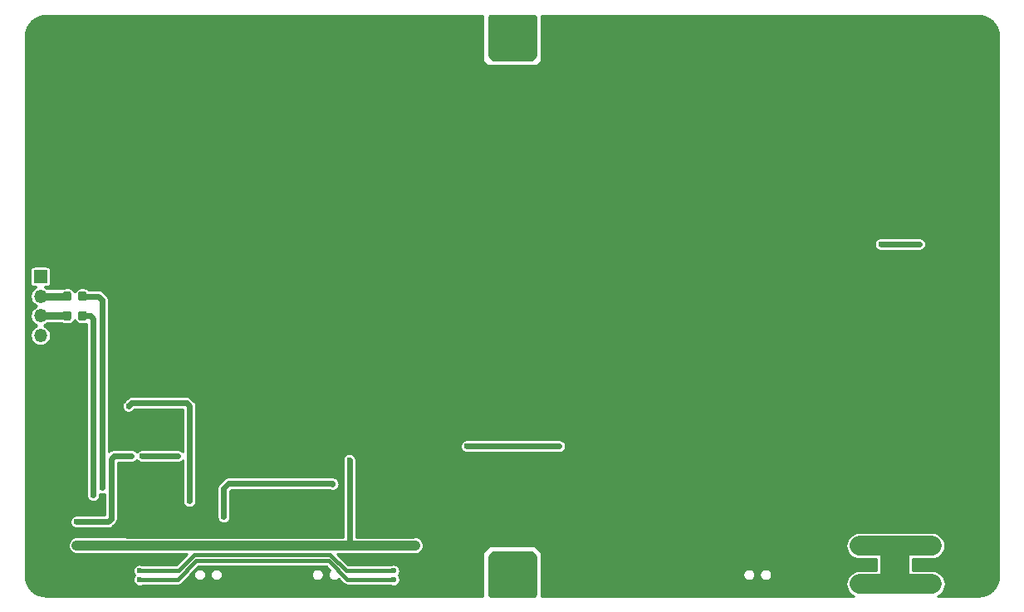
<source format=gbr>
G04 #@! TF.GenerationSoftware,KiCad,Pcbnew,5.1.5*
G04 #@! TF.CreationDate,2019-12-23T15:09:15+01:00*
G04 #@! TF.ProjectId,eside_rev18,65736964-655f-4726-9576-31382e6b6963,rev?*
G04 #@! TF.SameCoordinates,Original*
G04 #@! TF.FileFunction,Copper,L1,Top*
G04 #@! TF.FilePolarity,Positive*
%FSLAX46Y46*%
G04 Gerber Fmt 4.6, Leading zero omitted, Abs format (unit mm)*
G04 Created by KiCad (PCBNEW 5.1.5) date 2019-12-23 15:09:15*
%MOMM*%
%LPD*%
G04 APERTURE LIST*
%ADD10O,1.350000X1.350000*%
%ADD11R,1.350000X1.350000*%
%ADD12C,0.100000*%
%ADD13O,1.000000X1.800000*%
%ADD14C,0.700000*%
%ADD15C,4.400000*%
%ADD16C,0.600000*%
%ADD17C,0.600000*%
%ADD18C,2.000000*%
%ADD19C,3.000000*%
%ADD20C,1.000000*%
%ADD21C,0.200000*%
%ADD22C,0.800000*%
%ADD23C,0.400000*%
%ADD24C,0.254000*%
G04 APERTURE END LIST*
D10*
X51900000Y-82500000D03*
X51900000Y-80500000D03*
X51900000Y-78500000D03*
D11*
X51900000Y-76500000D03*
G04 #@! TA.AperFunction,SMDPad,CuDef*
D12*
G36*
X56427691Y-78026053D02*
G01*
X56448926Y-78029203D01*
X56469750Y-78034419D01*
X56489962Y-78041651D01*
X56509368Y-78050830D01*
X56527781Y-78061866D01*
X56545024Y-78074654D01*
X56560930Y-78089070D01*
X56575346Y-78104976D01*
X56588134Y-78122219D01*
X56599170Y-78140632D01*
X56608349Y-78160038D01*
X56615581Y-78180250D01*
X56620797Y-78201074D01*
X56623947Y-78222309D01*
X56625000Y-78243750D01*
X56625000Y-78756250D01*
X56623947Y-78777691D01*
X56620797Y-78798926D01*
X56615581Y-78819750D01*
X56608349Y-78839962D01*
X56599170Y-78859368D01*
X56588134Y-78877781D01*
X56575346Y-78895024D01*
X56560930Y-78910930D01*
X56545024Y-78925346D01*
X56527781Y-78938134D01*
X56509368Y-78949170D01*
X56489962Y-78958349D01*
X56469750Y-78965581D01*
X56448926Y-78970797D01*
X56427691Y-78973947D01*
X56406250Y-78975000D01*
X55968750Y-78975000D01*
X55947309Y-78973947D01*
X55926074Y-78970797D01*
X55905250Y-78965581D01*
X55885038Y-78958349D01*
X55865632Y-78949170D01*
X55847219Y-78938134D01*
X55829976Y-78925346D01*
X55814070Y-78910930D01*
X55799654Y-78895024D01*
X55786866Y-78877781D01*
X55775830Y-78859368D01*
X55766651Y-78839962D01*
X55759419Y-78819750D01*
X55754203Y-78798926D01*
X55751053Y-78777691D01*
X55750000Y-78756250D01*
X55750000Y-78243750D01*
X55751053Y-78222309D01*
X55754203Y-78201074D01*
X55759419Y-78180250D01*
X55766651Y-78160038D01*
X55775830Y-78140632D01*
X55786866Y-78122219D01*
X55799654Y-78104976D01*
X55814070Y-78089070D01*
X55829976Y-78074654D01*
X55847219Y-78061866D01*
X55865632Y-78050830D01*
X55885038Y-78041651D01*
X55905250Y-78034419D01*
X55926074Y-78029203D01*
X55947309Y-78026053D01*
X55968750Y-78025000D01*
X56406250Y-78025000D01*
X56427691Y-78026053D01*
G37*
G04 #@! TD.AperFunction*
G04 #@! TA.AperFunction,SMDPad,CuDef*
G36*
X54852691Y-78026053D02*
G01*
X54873926Y-78029203D01*
X54894750Y-78034419D01*
X54914962Y-78041651D01*
X54934368Y-78050830D01*
X54952781Y-78061866D01*
X54970024Y-78074654D01*
X54985930Y-78089070D01*
X55000346Y-78104976D01*
X55013134Y-78122219D01*
X55024170Y-78140632D01*
X55033349Y-78160038D01*
X55040581Y-78180250D01*
X55045797Y-78201074D01*
X55048947Y-78222309D01*
X55050000Y-78243750D01*
X55050000Y-78756250D01*
X55048947Y-78777691D01*
X55045797Y-78798926D01*
X55040581Y-78819750D01*
X55033349Y-78839962D01*
X55024170Y-78859368D01*
X55013134Y-78877781D01*
X55000346Y-78895024D01*
X54985930Y-78910930D01*
X54970024Y-78925346D01*
X54952781Y-78938134D01*
X54934368Y-78949170D01*
X54914962Y-78958349D01*
X54894750Y-78965581D01*
X54873926Y-78970797D01*
X54852691Y-78973947D01*
X54831250Y-78975000D01*
X54393750Y-78975000D01*
X54372309Y-78973947D01*
X54351074Y-78970797D01*
X54330250Y-78965581D01*
X54310038Y-78958349D01*
X54290632Y-78949170D01*
X54272219Y-78938134D01*
X54254976Y-78925346D01*
X54239070Y-78910930D01*
X54224654Y-78895024D01*
X54211866Y-78877781D01*
X54200830Y-78859368D01*
X54191651Y-78839962D01*
X54184419Y-78819750D01*
X54179203Y-78798926D01*
X54176053Y-78777691D01*
X54175000Y-78756250D01*
X54175000Y-78243750D01*
X54176053Y-78222309D01*
X54179203Y-78201074D01*
X54184419Y-78180250D01*
X54191651Y-78160038D01*
X54200830Y-78140632D01*
X54211866Y-78122219D01*
X54224654Y-78104976D01*
X54239070Y-78089070D01*
X54254976Y-78074654D01*
X54272219Y-78061866D01*
X54290632Y-78050830D01*
X54310038Y-78041651D01*
X54330250Y-78034419D01*
X54351074Y-78029203D01*
X54372309Y-78026053D01*
X54393750Y-78025000D01*
X54831250Y-78025000D01*
X54852691Y-78026053D01*
G37*
G04 #@! TD.AperFunction*
G04 #@! TA.AperFunction,SMDPad,CuDef*
G36*
X56427691Y-80026053D02*
G01*
X56448926Y-80029203D01*
X56469750Y-80034419D01*
X56489962Y-80041651D01*
X56509368Y-80050830D01*
X56527781Y-80061866D01*
X56545024Y-80074654D01*
X56560930Y-80089070D01*
X56575346Y-80104976D01*
X56588134Y-80122219D01*
X56599170Y-80140632D01*
X56608349Y-80160038D01*
X56615581Y-80180250D01*
X56620797Y-80201074D01*
X56623947Y-80222309D01*
X56625000Y-80243750D01*
X56625000Y-80756250D01*
X56623947Y-80777691D01*
X56620797Y-80798926D01*
X56615581Y-80819750D01*
X56608349Y-80839962D01*
X56599170Y-80859368D01*
X56588134Y-80877781D01*
X56575346Y-80895024D01*
X56560930Y-80910930D01*
X56545024Y-80925346D01*
X56527781Y-80938134D01*
X56509368Y-80949170D01*
X56489962Y-80958349D01*
X56469750Y-80965581D01*
X56448926Y-80970797D01*
X56427691Y-80973947D01*
X56406250Y-80975000D01*
X55968750Y-80975000D01*
X55947309Y-80973947D01*
X55926074Y-80970797D01*
X55905250Y-80965581D01*
X55885038Y-80958349D01*
X55865632Y-80949170D01*
X55847219Y-80938134D01*
X55829976Y-80925346D01*
X55814070Y-80910930D01*
X55799654Y-80895024D01*
X55786866Y-80877781D01*
X55775830Y-80859368D01*
X55766651Y-80839962D01*
X55759419Y-80819750D01*
X55754203Y-80798926D01*
X55751053Y-80777691D01*
X55750000Y-80756250D01*
X55750000Y-80243750D01*
X55751053Y-80222309D01*
X55754203Y-80201074D01*
X55759419Y-80180250D01*
X55766651Y-80160038D01*
X55775830Y-80140632D01*
X55786866Y-80122219D01*
X55799654Y-80104976D01*
X55814070Y-80089070D01*
X55829976Y-80074654D01*
X55847219Y-80061866D01*
X55865632Y-80050830D01*
X55885038Y-80041651D01*
X55905250Y-80034419D01*
X55926074Y-80029203D01*
X55947309Y-80026053D01*
X55968750Y-80025000D01*
X56406250Y-80025000D01*
X56427691Y-80026053D01*
G37*
G04 #@! TD.AperFunction*
G04 #@! TA.AperFunction,SMDPad,CuDef*
G36*
X54852691Y-80026053D02*
G01*
X54873926Y-80029203D01*
X54894750Y-80034419D01*
X54914962Y-80041651D01*
X54934368Y-80050830D01*
X54952781Y-80061866D01*
X54970024Y-80074654D01*
X54985930Y-80089070D01*
X55000346Y-80104976D01*
X55013134Y-80122219D01*
X55024170Y-80140632D01*
X55033349Y-80160038D01*
X55040581Y-80180250D01*
X55045797Y-80201074D01*
X55048947Y-80222309D01*
X55050000Y-80243750D01*
X55050000Y-80756250D01*
X55048947Y-80777691D01*
X55045797Y-80798926D01*
X55040581Y-80819750D01*
X55033349Y-80839962D01*
X55024170Y-80859368D01*
X55013134Y-80877781D01*
X55000346Y-80895024D01*
X54985930Y-80910930D01*
X54970024Y-80925346D01*
X54952781Y-80938134D01*
X54934368Y-80949170D01*
X54914962Y-80958349D01*
X54894750Y-80965581D01*
X54873926Y-80970797D01*
X54852691Y-80973947D01*
X54831250Y-80975000D01*
X54393750Y-80975000D01*
X54372309Y-80973947D01*
X54351074Y-80970797D01*
X54330250Y-80965581D01*
X54310038Y-80958349D01*
X54290632Y-80949170D01*
X54272219Y-80938134D01*
X54254976Y-80925346D01*
X54239070Y-80910930D01*
X54224654Y-80895024D01*
X54211866Y-80877781D01*
X54200830Y-80859368D01*
X54191651Y-80839962D01*
X54184419Y-80819750D01*
X54179203Y-80798926D01*
X54176053Y-80777691D01*
X54175000Y-80756250D01*
X54175000Y-80243750D01*
X54176053Y-80222309D01*
X54179203Y-80201074D01*
X54184419Y-80180250D01*
X54191651Y-80160038D01*
X54200830Y-80140632D01*
X54211866Y-80122219D01*
X54224654Y-80104976D01*
X54239070Y-80089070D01*
X54254976Y-80074654D01*
X54272219Y-80061866D01*
X54290632Y-80050830D01*
X54310038Y-80041651D01*
X54330250Y-80034419D01*
X54351074Y-80029203D01*
X54372309Y-80026053D01*
X54393750Y-80025000D01*
X54831250Y-80025000D01*
X54852691Y-80026053D01*
G37*
G04 #@! TD.AperFunction*
D13*
X135400000Y-107850000D03*
X142800000Y-107850000D03*
X135400000Y-103950000D03*
X142775000Y-103950000D03*
D14*
X101166726Y-108166726D03*
X100000000Y-108650000D03*
X98833274Y-108166726D03*
X98350000Y-107000000D03*
X98833274Y-105833274D03*
X100000000Y-105350000D03*
X101166726Y-105833274D03*
X101650000Y-107000000D03*
D15*
X100000000Y-107000000D03*
D14*
X101166726Y-53166726D03*
X100000000Y-53650000D03*
X98833274Y-53166726D03*
X98350000Y-52000000D03*
X98833274Y-50833274D03*
X100000000Y-50350000D03*
X101166726Y-50833274D03*
X101650000Y-52000000D03*
D15*
X100000000Y-52000000D03*
D14*
X53666726Y-108166726D03*
X52500000Y-108650000D03*
X51333274Y-108166726D03*
X50850000Y-107000000D03*
X51333274Y-105833274D03*
X52500000Y-105350000D03*
X53666726Y-105833274D03*
X54150000Y-107000000D03*
D15*
X52500000Y-107000000D03*
D14*
X148666726Y-53166726D03*
X147500000Y-53650000D03*
X146333274Y-53166726D03*
X145850000Y-52000000D03*
X146333274Y-50833274D03*
X147500000Y-50350000D03*
X148666726Y-50833274D03*
X149150000Y-52000000D03*
D15*
X147500000Y-52000000D03*
D14*
X148666726Y-108166726D03*
X147500000Y-108650000D03*
X146333274Y-108166726D03*
X145850000Y-107000000D03*
X146333274Y-105833274D03*
X147500000Y-105350000D03*
X148666726Y-105833274D03*
X149150000Y-107000000D03*
D15*
X147500000Y-107000000D03*
D14*
X53666726Y-53166726D03*
X52500000Y-53650000D03*
X51333274Y-53166726D03*
X50850000Y-52000000D03*
X51333274Y-50833274D03*
X52500000Y-50350000D03*
X53666726Y-50833274D03*
X54150000Y-52000000D03*
D15*
X52500000Y-52000000D03*
D16*
X144400000Y-73200000D03*
X143500000Y-73200000D03*
X145300000Y-73200000D03*
X143500000Y-73900000D03*
X144400000Y-73900000D03*
X145300000Y-73900000D03*
X144400000Y-78300000D03*
X143500000Y-78300000D03*
X145300000Y-78300000D03*
X144400000Y-79000000D03*
X143500000Y-79000000D03*
X145300000Y-79000000D03*
X143600000Y-68600000D03*
X144400000Y-68600000D03*
X145200000Y-68600000D03*
X143600000Y-69400000D03*
X144400000Y-69400000D03*
X145200000Y-69400000D03*
X96200000Y-108500000D03*
X93700000Y-108500000D03*
X91200000Y-108500000D03*
X88700000Y-108500000D03*
X86200000Y-108500000D03*
X61200000Y-108500000D03*
X56200000Y-108500000D03*
X118800000Y-108500000D03*
X106300000Y-108500000D03*
X111300000Y-108500000D03*
X108800000Y-108500000D03*
X116300000Y-108500000D03*
X113800000Y-108500000D03*
X103800000Y-108500000D03*
X123800000Y-108500000D03*
X131300000Y-108500000D03*
X121300000Y-108500000D03*
X128800000Y-108500000D03*
X126300000Y-108500000D03*
X149000000Y-68200000D03*
X149000000Y-78200000D03*
X149000000Y-85700000D03*
X149000000Y-58200000D03*
X149000000Y-63200000D03*
X149000000Y-70700000D03*
X149000000Y-88200000D03*
X149000000Y-65700000D03*
X149000000Y-55700000D03*
X149000000Y-75700000D03*
X149000000Y-73200000D03*
X149000000Y-60700000D03*
X149000000Y-83200000D03*
X149000000Y-80700000D03*
X128800000Y-50500000D03*
X118800000Y-50500000D03*
X106300000Y-50500000D03*
X111300000Y-50500000D03*
X138800000Y-50500000D03*
X103800000Y-50500000D03*
X133800000Y-50500000D03*
X126300000Y-50500000D03*
X108800000Y-50500000D03*
X131300000Y-50500000D03*
X141300000Y-50500000D03*
X121300000Y-50500000D03*
X123800000Y-50500000D03*
X136300000Y-50500000D03*
X113800000Y-50500000D03*
X143800000Y-50500000D03*
X116300000Y-50500000D03*
X71300000Y-50500000D03*
X96300000Y-50500000D03*
X86300000Y-50500000D03*
X68800000Y-50500000D03*
X63800000Y-50500000D03*
X73800000Y-50500000D03*
X58800000Y-50500000D03*
X91300000Y-50500000D03*
X61300000Y-50500000D03*
X83800000Y-50500000D03*
X88800000Y-50500000D03*
X78800000Y-50500000D03*
X81300000Y-50500000D03*
X93800000Y-50500000D03*
X56300000Y-50500000D03*
X66300000Y-50500000D03*
X76300000Y-50500000D03*
X51000000Y-103300000D03*
X51000000Y-68300000D03*
X51000000Y-65800000D03*
X51000000Y-63300000D03*
X51000000Y-60800000D03*
X51000000Y-58300000D03*
X51000000Y-55800000D03*
X78700000Y-108500000D03*
X73700000Y-108500000D03*
X81200000Y-108500000D03*
X76200000Y-108500000D03*
X83700000Y-108500000D03*
X68700000Y-108500000D03*
X66200000Y-108500000D03*
X71200000Y-108500000D03*
X63700000Y-108500000D03*
X63300000Y-98300000D03*
X61700000Y-98300000D03*
X62500000Y-98300000D03*
X116600000Y-99800000D03*
X116600000Y-101400000D03*
X116600000Y-100600000D03*
X117400000Y-99800000D03*
X117400000Y-101400000D03*
X117400000Y-100600000D03*
X58700000Y-108500000D03*
X62500000Y-99100000D03*
X63300000Y-99100000D03*
X61700000Y-99100000D03*
X62500000Y-99900000D03*
X61700000Y-99900000D03*
X63300000Y-99900000D03*
X149000000Y-90700000D03*
X149000000Y-93200000D03*
X149000000Y-100700000D03*
X149000000Y-98200000D03*
X149000000Y-95700000D03*
X149000000Y-103200000D03*
X59000000Y-102700000D03*
X60000000Y-102700000D03*
X88900000Y-95200000D03*
X81700000Y-99700000D03*
X81700000Y-98700000D03*
X72300000Y-95200000D03*
X73300000Y-95200000D03*
X72300000Y-96200000D03*
X72300000Y-94200000D03*
X73300000Y-94200000D03*
X73300000Y-96200000D03*
X95000000Y-100500000D03*
X54000000Y-101500000D03*
X63300000Y-105400000D03*
X87900000Y-105600000D03*
X51000000Y-85900000D03*
X51000000Y-84300000D03*
X51000000Y-70800000D03*
X51000000Y-73300000D03*
X59500000Y-102100000D03*
X60400000Y-79500000D03*
X137800000Y-101400000D03*
X136800000Y-101400000D03*
X136800000Y-100400000D03*
X137800000Y-100400000D03*
X135800000Y-100400000D03*
X135800000Y-101400000D03*
X141500000Y-73200000D03*
X104800000Y-93800000D03*
X95400000Y-93800000D03*
X137600000Y-73200000D03*
X90000000Y-103900000D03*
X60100000Y-103900000D03*
X88200000Y-103900000D03*
X55600000Y-103900000D03*
X83400000Y-95200000D03*
X60900000Y-89700000D03*
X67100000Y-99399994D03*
X70600000Y-101000000D03*
X81699990Y-97650000D03*
X87900000Y-106500000D03*
X61999998Y-106499998D03*
X57300000Y-98800000D03*
X55600000Y-101500000D03*
X61200000Y-94800000D03*
X62300000Y-94800000D03*
X65900000Y-94800000D03*
X58199998Y-98000000D03*
X62000000Y-107400000D03*
X87900000Y-107400000D03*
D17*
X104800000Y-93800000D02*
X95400000Y-93800000D01*
X141500000Y-73200000D02*
X137600000Y-73200000D01*
D18*
X142800000Y-107850000D02*
X135400000Y-107850000D01*
X135400000Y-103950000D02*
X142775000Y-103950000D01*
D19*
X139000000Y-104500000D02*
X139000000Y-107300000D01*
D20*
X60100000Y-103900000D02*
X55600000Y-103900000D01*
X90100000Y-103900000D02*
X90072999Y-103927001D01*
X60524264Y-103900000D02*
X60100000Y-103900000D01*
X60551265Y-103927001D02*
X60524264Y-103900000D01*
X90072999Y-103927001D02*
X83372999Y-103927001D01*
X83372999Y-103927001D02*
X60551265Y-103927001D01*
D21*
X83372999Y-95227001D02*
X83400000Y-95200000D01*
D17*
X83400000Y-103900000D02*
X83400000Y-95200000D01*
X66800001Y-89400001D02*
X67100000Y-89700000D01*
X67100000Y-89700000D02*
X67100000Y-98975730D01*
X60900000Y-89700000D02*
X61199999Y-89400001D01*
X61199999Y-89400001D02*
X66800001Y-89400001D01*
X67100000Y-98975730D02*
X67100000Y-99399994D01*
D22*
X51900000Y-80500000D02*
X54612500Y-80500000D01*
D17*
X71100000Y-97600000D02*
X81649990Y-97600000D01*
X81649990Y-97600000D02*
X81699990Y-97650000D01*
X70600000Y-101000000D02*
X70600000Y-98100000D01*
X70600000Y-98100000D02*
X71100000Y-97600000D01*
D22*
X52854594Y-78500000D02*
X54612500Y-78500000D01*
X51900000Y-78500000D02*
X52854594Y-78500000D01*
D21*
X62000000Y-106500000D02*
X61999998Y-106499998D01*
D23*
X67627011Y-104872989D02*
X66000000Y-106500000D01*
X81431457Y-104872989D02*
X67627011Y-104872989D01*
X83058468Y-106500000D02*
X81431457Y-104872989D01*
X66000000Y-106500000D02*
X62000000Y-106500000D01*
X87900000Y-106500000D02*
X83058468Y-106500000D01*
D17*
X57300000Y-80800000D02*
X57300000Y-98800000D01*
X56087500Y-80500000D02*
X57000000Y-80500000D01*
X57000000Y-80500000D02*
X57300000Y-80800000D01*
X59400000Y-94800000D02*
X61200000Y-94800000D01*
X59100000Y-95100000D02*
X59400000Y-94800000D01*
X59100000Y-101200000D02*
X59100000Y-95100000D01*
X55600000Y-101500000D02*
X58800000Y-101500000D01*
X58800000Y-101500000D02*
X59100000Y-101200000D01*
X62300000Y-94800000D02*
X65900000Y-94800000D01*
X58199998Y-97575736D02*
X58199998Y-98000000D01*
X58199998Y-78899998D02*
X58199998Y-97575736D01*
X56087500Y-78500000D02*
X57800000Y-78500000D01*
X57800000Y-78500000D02*
X58199998Y-78899998D01*
D23*
X83213162Y-107400000D02*
X87475736Y-107400000D01*
X65900000Y-107400000D02*
X67800000Y-105500000D01*
X67800000Y-105500000D02*
X81313162Y-105500000D01*
X87475736Y-107400000D02*
X87900000Y-107400000D01*
X81313162Y-105500000D02*
X83213162Y-107400000D01*
X62000000Y-107400000D02*
X65900000Y-107400000D01*
D24*
G36*
X96973000Y-54500000D02*
G01*
X96975440Y-54524776D01*
X96982667Y-54548601D01*
X96994403Y-54570557D01*
X97010197Y-54589803D01*
X97410197Y-54989803D01*
X97429443Y-55005597D01*
X97451399Y-55017333D01*
X97475224Y-55024560D01*
X97500000Y-55027000D01*
X102500000Y-55027000D01*
X102524776Y-55024560D01*
X102548601Y-55017333D01*
X102570557Y-55005597D01*
X102589803Y-54989803D01*
X102989803Y-54589803D01*
X103005597Y-54570557D01*
X103017333Y-54548601D01*
X103024560Y-54524776D01*
X103027000Y-54500000D01*
X103027000Y-49906000D01*
X147480146Y-49906000D01*
X147906345Y-49947789D01*
X148297222Y-50065802D01*
X148657723Y-50257484D01*
X148974131Y-50515539D01*
X149234390Y-50830138D01*
X149428586Y-51189295D01*
X149549323Y-51579333D01*
X149594001Y-52004416D01*
X149594000Y-106980146D01*
X149552211Y-107406346D01*
X149434199Y-107797219D01*
X149242514Y-108157726D01*
X148984457Y-108474135D01*
X148669860Y-108734391D01*
X148310704Y-108928586D01*
X147920667Y-109049323D01*
X147495594Y-109094000D01*
X143402231Y-109094000D01*
X143570955Y-109003815D01*
X143781239Y-108831239D01*
X143953815Y-108620955D01*
X144082051Y-108381043D01*
X144161018Y-108120723D01*
X144187682Y-107850000D01*
X144161018Y-107579277D01*
X144082051Y-107318957D01*
X143953815Y-107079045D01*
X143781239Y-106868761D01*
X143570955Y-106696185D01*
X143331043Y-106567949D01*
X143070723Y-106488982D01*
X142867843Y-106469000D01*
X140881000Y-106469000D01*
X140881000Y-105331000D01*
X142842843Y-105331000D01*
X143045723Y-105311018D01*
X143306043Y-105232051D01*
X143545955Y-105103815D01*
X143756239Y-104931239D01*
X143928815Y-104720955D01*
X144057051Y-104481043D01*
X144136018Y-104220723D01*
X144162682Y-103950000D01*
X144136018Y-103679277D01*
X144057051Y-103418957D01*
X143928815Y-103179045D01*
X143756239Y-102968761D01*
X143545955Y-102796185D01*
X143306043Y-102667949D01*
X143045723Y-102588982D01*
X142842843Y-102569000D01*
X135332157Y-102569000D01*
X135129277Y-102588982D01*
X134868957Y-102667949D01*
X134629045Y-102796185D01*
X134418761Y-102968761D01*
X134246185Y-103179045D01*
X134117949Y-103418957D01*
X134038982Y-103679277D01*
X134012318Y-103950000D01*
X134038982Y-104220723D01*
X134117949Y-104481043D01*
X134246185Y-104720955D01*
X134418761Y-104931239D01*
X134629045Y-105103815D01*
X134868957Y-105232051D01*
X135129277Y-105311018D01*
X135332157Y-105331000D01*
X137119000Y-105331000D01*
X137119001Y-106469000D01*
X135332157Y-106469000D01*
X135129277Y-106488982D01*
X134868957Y-106567949D01*
X134629045Y-106696185D01*
X134418761Y-106868761D01*
X134246185Y-107079045D01*
X134117949Y-107318957D01*
X134038982Y-107579277D01*
X134012318Y-107850000D01*
X134038982Y-108120723D01*
X134117949Y-108381043D01*
X134246185Y-108620955D01*
X134418761Y-108831239D01*
X134629045Y-109003815D01*
X134797769Y-109094000D01*
X103027000Y-109094000D01*
X103027000Y-106837852D01*
X123519000Y-106837852D01*
X123519000Y-106962148D01*
X123543249Y-107084056D01*
X123590815Y-107198891D01*
X123659870Y-107302239D01*
X123747761Y-107390130D01*
X123851109Y-107459185D01*
X123965944Y-107506751D01*
X124087852Y-107531000D01*
X124212148Y-107531000D01*
X124334056Y-107506751D01*
X124448891Y-107459185D01*
X124552239Y-107390130D01*
X124640130Y-107302239D01*
X124709185Y-107198891D01*
X124756751Y-107084056D01*
X124781000Y-106962148D01*
X124781000Y-106837852D01*
X125219000Y-106837852D01*
X125219000Y-106962148D01*
X125243249Y-107084056D01*
X125290815Y-107198891D01*
X125359870Y-107302239D01*
X125447761Y-107390130D01*
X125551109Y-107459185D01*
X125665944Y-107506751D01*
X125787852Y-107531000D01*
X125912148Y-107531000D01*
X126034056Y-107506751D01*
X126148891Y-107459185D01*
X126252239Y-107390130D01*
X126340130Y-107302239D01*
X126409185Y-107198891D01*
X126456751Y-107084056D01*
X126481000Y-106962148D01*
X126481000Y-106837852D01*
X126456751Y-106715944D01*
X126409185Y-106601109D01*
X126340130Y-106497761D01*
X126252239Y-106409870D01*
X126148891Y-106340815D01*
X126034056Y-106293249D01*
X125912148Y-106269000D01*
X125787852Y-106269000D01*
X125665944Y-106293249D01*
X125551109Y-106340815D01*
X125447761Y-106409870D01*
X125359870Y-106497761D01*
X125290815Y-106601109D01*
X125243249Y-106715944D01*
X125219000Y-106837852D01*
X124781000Y-106837852D01*
X124756751Y-106715944D01*
X124709185Y-106601109D01*
X124640130Y-106497761D01*
X124552239Y-106409870D01*
X124448891Y-106340815D01*
X124334056Y-106293249D01*
X124212148Y-106269000D01*
X124087852Y-106269000D01*
X123965944Y-106293249D01*
X123851109Y-106340815D01*
X123747761Y-106409870D01*
X123659870Y-106497761D01*
X123590815Y-106601109D01*
X123543249Y-106715944D01*
X123519000Y-106837852D01*
X103027000Y-106837852D01*
X103027000Y-104700000D01*
X103024560Y-104675224D01*
X103017333Y-104651399D01*
X103005597Y-104629443D01*
X102989803Y-104610197D01*
X102389803Y-104010197D01*
X102370557Y-103994403D01*
X102348601Y-103982667D01*
X102324776Y-103975440D01*
X102300000Y-103973000D01*
X97700000Y-103973000D01*
X97675224Y-103975440D01*
X97651399Y-103982667D01*
X97629443Y-103994403D01*
X97610197Y-104010197D01*
X97010197Y-104610197D01*
X96994403Y-104629443D01*
X96982667Y-104651399D01*
X96975440Y-104675224D01*
X96973000Y-104700000D01*
X96973000Y-109094000D01*
X52519854Y-109094000D01*
X52093654Y-109052211D01*
X51702781Y-108934199D01*
X51342274Y-108742514D01*
X51025865Y-108484457D01*
X50765609Y-108169860D01*
X50571414Y-107810704D01*
X50450677Y-107420667D01*
X50406000Y-106995594D01*
X50406000Y-103900000D01*
X54714738Y-103900000D01*
X54731748Y-104072706D01*
X54782125Y-104238775D01*
X54863932Y-104391825D01*
X54974025Y-104525975D01*
X55108175Y-104636068D01*
X55261225Y-104717875D01*
X55427294Y-104768252D01*
X55556727Y-104781000D01*
X60331574Y-104781000D01*
X60378559Y-104795253D01*
X60507992Y-104808001D01*
X60507994Y-104808001D01*
X60551264Y-104812263D01*
X60594534Y-104808001D01*
X66870341Y-104808001D01*
X65759343Y-105919000D01*
X62356240Y-105919000D01*
X62322572Y-105896504D01*
X62198638Y-105845169D01*
X62067071Y-105818998D01*
X61932925Y-105818998D01*
X61801358Y-105845169D01*
X61677424Y-105896504D01*
X61565886Y-105971031D01*
X61471031Y-106065886D01*
X61396504Y-106177424D01*
X61345169Y-106301358D01*
X61318998Y-106432925D01*
X61318998Y-106567071D01*
X61345169Y-106698638D01*
X61396504Y-106822572D01*
X61471031Y-106934110D01*
X61486921Y-106950000D01*
X61471033Y-106965888D01*
X61396506Y-107077426D01*
X61345171Y-107201360D01*
X61319000Y-107332927D01*
X61319000Y-107467073D01*
X61345171Y-107598640D01*
X61396506Y-107722574D01*
X61471033Y-107834112D01*
X61565888Y-107928967D01*
X61677426Y-108003494D01*
X61801360Y-108054829D01*
X61932927Y-108081000D01*
X62067073Y-108081000D01*
X62198640Y-108054829D01*
X62322574Y-108003494D01*
X62356239Y-107981000D01*
X65871460Y-107981000D01*
X65900000Y-107983811D01*
X65928540Y-107981000D01*
X66013896Y-107972593D01*
X66123415Y-107939371D01*
X66224348Y-107885421D01*
X66312817Y-107812817D01*
X66331017Y-107790640D01*
X67283806Y-106837852D01*
X67519000Y-106837852D01*
X67519000Y-106962148D01*
X67543249Y-107084056D01*
X67590815Y-107198891D01*
X67659870Y-107302239D01*
X67747761Y-107390130D01*
X67851109Y-107459185D01*
X67965944Y-107506751D01*
X68087852Y-107531000D01*
X68212148Y-107531000D01*
X68334056Y-107506751D01*
X68448891Y-107459185D01*
X68552239Y-107390130D01*
X68640130Y-107302239D01*
X68709185Y-107198891D01*
X68756751Y-107084056D01*
X68781000Y-106962148D01*
X68781000Y-106837852D01*
X69219000Y-106837852D01*
X69219000Y-106962148D01*
X69243249Y-107084056D01*
X69290815Y-107198891D01*
X69359870Y-107302239D01*
X69447761Y-107390130D01*
X69551109Y-107459185D01*
X69665944Y-107506751D01*
X69787852Y-107531000D01*
X69912148Y-107531000D01*
X70034056Y-107506751D01*
X70148891Y-107459185D01*
X70252239Y-107390130D01*
X70340130Y-107302239D01*
X70409185Y-107198891D01*
X70456751Y-107084056D01*
X70481000Y-106962148D01*
X70481000Y-106837852D01*
X79519000Y-106837852D01*
X79519000Y-106962148D01*
X79543249Y-107084056D01*
X79590815Y-107198891D01*
X79659870Y-107302239D01*
X79747761Y-107390130D01*
X79851109Y-107459185D01*
X79965944Y-107506751D01*
X80087852Y-107531000D01*
X80212148Y-107531000D01*
X80334056Y-107506751D01*
X80448891Y-107459185D01*
X80552239Y-107390130D01*
X80640130Y-107302239D01*
X80709185Y-107198891D01*
X80756751Y-107084056D01*
X80781000Y-106962148D01*
X80781000Y-106837852D01*
X80756751Y-106715944D01*
X80709185Y-106601109D01*
X80640130Y-106497761D01*
X80552239Y-106409870D01*
X80448891Y-106340815D01*
X80334056Y-106293249D01*
X80212148Y-106269000D01*
X80087852Y-106269000D01*
X79965944Y-106293249D01*
X79851109Y-106340815D01*
X79747761Y-106409870D01*
X79659870Y-106497761D01*
X79590815Y-106601109D01*
X79543249Y-106715944D01*
X79519000Y-106837852D01*
X70481000Y-106837852D01*
X70456751Y-106715944D01*
X70409185Y-106601109D01*
X70340130Y-106497761D01*
X70252239Y-106409870D01*
X70148891Y-106340815D01*
X70034056Y-106293249D01*
X69912148Y-106269000D01*
X69787852Y-106269000D01*
X69665944Y-106293249D01*
X69551109Y-106340815D01*
X69447761Y-106409870D01*
X69359870Y-106497761D01*
X69290815Y-106601109D01*
X69243249Y-106715944D01*
X69219000Y-106837852D01*
X68781000Y-106837852D01*
X68756751Y-106715944D01*
X68709185Y-106601109D01*
X68640130Y-106497761D01*
X68552239Y-106409870D01*
X68448891Y-106340815D01*
X68334056Y-106293249D01*
X68212148Y-106269000D01*
X68087852Y-106269000D01*
X67965944Y-106293249D01*
X67851109Y-106340815D01*
X67747761Y-106409870D01*
X67659870Y-106497761D01*
X67590815Y-106601109D01*
X67543249Y-106715944D01*
X67519000Y-106837852D01*
X67283806Y-106837852D01*
X68040659Y-106081000D01*
X81072505Y-106081000D01*
X81424568Y-106433063D01*
X81359870Y-106497761D01*
X81290815Y-106601109D01*
X81243249Y-106715944D01*
X81219000Y-106837852D01*
X81219000Y-106962148D01*
X81243249Y-107084056D01*
X81290815Y-107198891D01*
X81359870Y-107302239D01*
X81447761Y-107390130D01*
X81551109Y-107459185D01*
X81665944Y-107506751D01*
X81787852Y-107531000D01*
X81912148Y-107531000D01*
X82034056Y-107506751D01*
X82148891Y-107459185D01*
X82252239Y-107390130D01*
X82316936Y-107325433D01*
X82782154Y-107790651D01*
X82800345Y-107812817D01*
X82822511Y-107831008D01*
X82822513Y-107831010D01*
X82888814Y-107885421D01*
X82989747Y-107939371D01*
X83099266Y-107972593D01*
X83213162Y-107983811D01*
X83241702Y-107981000D01*
X87543761Y-107981000D01*
X87577426Y-108003494D01*
X87701360Y-108054829D01*
X87832927Y-108081000D01*
X87967073Y-108081000D01*
X88098640Y-108054829D01*
X88222574Y-108003494D01*
X88334112Y-107928967D01*
X88428967Y-107834112D01*
X88503494Y-107722574D01*
X88554829Y-107598640D01*
X88581000Y-107467073D01*
X88581000Y-107332927D01*
X88554829Y-107201360D01*
X88503494Y-107077426D01*
X88428967Y-106965888D01*
X88413079Y-106950000D01*
X88428967Y-106934112D01*
X88503494Y-106822574D01*
X88554829Y-106698640D01*
X88581000Y-106567073D01*
X88581000Y-106432927D01*
X88554829Y-106301360D01*
X88503494Y-106177426D01*
X88428967Y-106065888D01*
X88334112Y-105971033D01*
X88222574Y-105896506D01*
X88098640Y-105845171D01*
X87967073Y-105819000D01*
X87832927Y-105819000D01*
X87701360Y-105845171D01*
X87577426Y-105896506D01*
X87543761Y-105919000D01*
X83299126Y-105919000D01*
X82188126Y-104808001D01*
X90029729Y-104808001D01*
X90072999Y-104812263D01*
X90116269Y-104808001D01*
X90116272Y-104808001D01*
X90245705Y-104795253D01*
X90411774Y-104744876D01*
X90564824Y-104663069D01*
X90698974Y-104552976D01*
X90726565Y-104519356D01*
X90753559Y-104492362D01*
X90836068Y-104391825D01*
X90917874Y-104238774D01*
X90968251Y-104072706D01*
X90985262Y-103900001D01*
X90968251Y-103727295D01*
X90917874Y-103561226D01*
X90836068Y-103408175D01*
X90725974Y-103274026D01*
X90591825Y-103163932D01*
X90438774Y-103082126D01*
X90272705Y-103031749D01*
X90099999Y-103014738D01*
X89927294Y-103031749D01*
X89880312Y-103046001D01*
X84081000Y-103046001D01*
X84081000Y-95132927D01*
X84074441Y-95099953D01*
X84071146Y-95066501D01*
X84061388Y-95034332D01*
X84054829Y-95001360D01*
X84041965Y-94970304D01*
X84032206Y-94938132D01*
X84016358Y-94908483D01*
X84003494Y-94877426D01*
X83984817Y-94849475D01*
X83968970Y-94819826D01*
X83947643Y-94793838D01*
X83928967Y-94765888D01*
X83905200Y-94742121D01*
X83883870Y-94716130D01*
X83857879Y-94694800D01*
X83834112Y-94671033D01*
X83806162Y-94652357D01*
X83780174Y-94631030D01*
X83750525Y-94615183D01*
X83722574Y-94596506D01*
X83691517Y-94583642D01*
X83661868Y-94567794D01*
X83629696Y-94558035D01*
X83598640Y-94545171D01*
X83565668Y-94538612D01*
X83533499Y-94528854D01*
X83500047Y-94525559D01*
X83467073Y-94519000D01*
X83433453Y-94519000D01*
X83400000Y-94515705D01*
X83366547Y-94519000D01*
X83332927Y-94519000D01*
X83299952Y-94525559D01*
X83266502Y-94528854D01*
X83234335Y-94538612D01*
X83201360Y-94545171D01*
X83170301Y-94558036D01*
X83138133Y-94567794D01*
X83108487Y-94583640D01*
X83077426Y-94596506D01*
X83049471Y-94615185D01*
X83019827Y-94631030D01*
X82993844Y-94652354D01*
X82965888Y-94671033D01*
X82942116Y-94694805D01*
X82916131Y-94716130D01*
X82894806Y-94742115D01*
X82871033Y-94765888D01*
X82852353Y-94793845D01*
X82831031Y-94819826D01*
X82815188Y-94849467D01*
X82796506Y-94877426D01*
X82783639Y-94908491D01*
X82767795Y-94938132D01*
X82758039Y-94970295D01*
X82745171Y-95001360D01*
X82738610Y-95034342D01*
X82728855Y-95066501D01*
X82725561Y-95099943D01*
X82719000Y-95132927D01*
X82719000Y-95267073D01*
X82719001Y-95267078D01*
X82719000Y-103046001D01*
X60743955Y-103046001D01*
X60696970Y-103031748D01*
X60567537Y-103019000D01*
X60567534Y-103019000D01*
X60524264Y-103014738D01*
X60480994Y-103019000D01*
X55556727Y-103019000D01*
X55427294Y-103031748D01*
X55261225Y-103082125D01*
X55108175Y-103163932D01*
X54974025Y-103274025D01*
X54863932Y-103408175D01*
X54782125Y-103561225D01*
X54731748Y-103727294D01*
X54714738Y-103900000D01*
X50406000Y-103900000D01*
X50406000Y-75825000D01*
X50842157Y-75825000D01*
X50842157Y-77175000D01*
X50849513Y-77249689D01*
X50871299Y-77321508D01*
X50906678Y-77387696D01*
X50954289Y-77445711D01*
X51012304Y-77493322D01*
X51078492Y-77528701D01*
X51150311Y-77550487D01*
X51225000Y-77557843D01*
X51415107Y-77557843D01*
X51399796Y-77564185D01*
X51226839Y-77679751D01*
X51079751Y-77826839D01*
X50964185Y-77999796D01*
X50884581Y-78191976D01*
X50844000Y-78395993D01*
X50844000Y-78604007D01*
X50884581Y-78808024D01*
X50964185Y-79000204D01*
X51079751Y-79173161D01*
X51226839Y-79320249D01*
X51399796Y-79435815D01*
X51554751Y-79500000D01*
X51399796Y-79564185D01*
X51226839Y-79679751D01*
X51079751Y-79826839D01*
X50964185Y-79999796D01*
X50884581Y-80191976D01*
X50844000Y-80395993D01*
X50844000Y-80604007D01*
X50884581Y-80808024D01*
X50964185Y-81000204D01*
X51079751Y-81173161D01*
X51226839Y-81320249D01*
X51399796Y-81435815D01*
X51554751Y-81500000D01*
X51399796Y-81564185D01*
X51226839Y-81679751D01*
X51079751Y-81826839D01*
X50964185Y-81999796D01*
X50884581Y-82191976D01*
X50844000Y-82395993D01*
X50844000Y-82604007D01*
X50884581Y-82808024D01*
X50964185Y-83000204D01*
X51079751Y-83173161D01*
X51226839Y-83320249D01*
X51399796Y-83435815D01*
X51591976Y-83515419D01*
X51795993Y-83556000D01*
X52004007Y-83556000D01*
X52208024Y-83515419D01*
X52400204Y-83435815D01*
X52573161Y-83320249D01*
X52720249Y-83173161D01*
X52835815Y-83000204D01*
X52915419Y-82808024D01*
X52956000Y-82604007D01*
X52956000Y-82395993D01*
X52915419Y-82191976D01*
X52835815Y-81999796D01*
X52720249Y-81826839D01*
X52573161Y-81679751D01*
X52400204Y-81564185D01*
X52245249Y-81500000D01*
X52400204Y-81435815D01*
X52573161Y-81320249D01*
X52612410Y-81281000D01*
X54105442Y-81281000D01*
X54163530Y-81312049D01*
X54276385Y-81346284D01*
X54393750Y-81357843D01*
X54831250Y-81357843D01*
X54948615Y-81346284D01*
X55061470Y-81312049D01*
X55165477Y-81256456D01*
X55256640Y-81181640D01*
X55331456Y-81090477D01*
X55387049Y-80986470D01*
X55400000Y-80943777D01*
X55412951Y-80986470D01*
X55468544Y-81090477D01*
X55543360Y-81181640D01*
X55634523Y-81256456D01*
X55738530Y-81312049D01*
X55851385Y-81346284D01*
X55968750Y-81357843D01*
X56406250Y-81357843D01*
X56523615Y-81346284D01*
X56619000Y-81317349D01*
X56619001Y-98732922D01*
X56619000Y-98732927D01*
X56619000Y-98867073D01*
X56625561Y-98900057D01*
X56628855Y-98933499D01*
X56638610Y-98965658D01*
X56645171Y-98998640D01*
X56658039Y-99029705D01*
X56667795Y-99061868D01*
X56683639Y-99091509D01*
X56696506Y-99122574D01*
X56715188Y-99150533D01*
X56731031Y-99180174D01*
X56752353Y-99206155D01*
X56771033Y-99234112D01*
X56794806Y-99257885D01*
X56816131Y-99283870D01*
X56842116Y-99305195D01*
X56865888Y-99328967D01*
X56893844Y-99347646D01*
X56919827Y-99368970D01*
X56949471Y-99384815D01*
X56977426Y-99403494D01*
X57008487Y-99416360D01*
X57038133Y-99432206D01*
X57070301Y-99441964D01*
X57101360Y-99454829D01*
X57134335Y-99461388D01*
X57166502Y-99471146D01*
X57199952Y-99474441D01*
X57232927Y-99481000D01*
X57266547Y-99481000D01*
X57300000Y-99484295D01*
X57333453Y-99481000D01*
X57367073Y-99481000D01*
X57400047Y-99474441D01*
X57433499Y-99471146D01*
X57465668Y-99461388D01*
X57498640Y-99454829D01*
X57529696Y-99441965D01*
X57561868Y-99432206D01*
X57591517Y-99416358D01*
X57622574Y-99403494D01*
X57650525Y-99384817D01*
X57680174Y-99368970D01*
X57706162Y-99347643D01*
X57734112Y-99328967D01*
X57757879Y-99305200D01*
X57783870Y-99283870D01*
X57805200Y-99257879D01*
X57828967Y-99234112D01*
X57847643Y-99206162D01*
X57868970Y-99180174D01*
X57884817Y-99150525D01*
X57903494Y-99122574D01*
X57916358Y-99091517D01*
X57932206Y-99061868D01*
X57941965Y-99029696D01*
X57954829Y-98998640D01*
X57961388Y-98965668D01*
X57971146Y-98933499D01*
X57974441Y-98900047D01*
X57981000Y-98867073D01*
X57981000Y-98646396D01*
X58001358Y-98654829D01*
X58034333Y-98661388D01*
X58066500Y-98671146D01*
X58099950Y-98674441D01*
X58132925Y-98681000D01*
X58166545Y-98681000D01*
X58199998Y-98684295D01*
X58233451Y-98681000D01*
X58267071Y-98681000D01*
X58300045Y-98674441D01*
X58333497Y-98671146D01*
X58365666Y-98661388D01*
X58398638Y-98654829D01*
X58419000Y-98646395D01*
X58419000Y-100819000D01*
X55532927Y-100819000D01*
X55499953Y-100825559D01*
X55466501Y-100828854D01*
X55434332Y-100838612D01*
X55401360Y-100845171D01*
X55370304Y-100858035D01*
X55338132Y-100867794D01*
X55308483Y-100883642D01*
X55277426Y-100896506D01*
X55249475Y-100915183D01*
X55219826Y-100931030D01*
X55193838Y-100952357D01*
X55165888Y-100971033D01*
X55142121Y-100994800D01*
X55116130Y-101016130D01*
X55094800Y-101042121D01*
X55071033Y-101065888D01*
X55052357Y-101093838D01*
X55031030Y-101119826D01*
X55015183Y-101149475D01*
X54996506Y-101177426D01*
X54983642Y-101208483D01*
X54967794Y-101238132D01*
X54958035Y-101270304D01*
X54945171Y-101301360D01*
X54938612Y-101334332D01*
X54928854Y-101366501D01*
X54925559Y-101399953D01*
X54919000Y-101432927D01*
X54919000Y-101466547D01*
X54915705Y-101500000D01*
X54919000Y-101533453D01*
X54919000Y-101567073D01*
X54925559Y-101600047D01*
X54928854Y-101633499D01*
X54938612Y-101665668D01*
X54945171Y-101698640D01*
X54958035Y-101729696D01*
X54967794Y-101761868D01*
X54983642Y-101791517D01*
X54996506Y-101822574D01*
X55015183Y-101850525D01*
X55031030Y-101880174D01*
X55052357Y-101906162D01*
X55071033Y-101934112D01*
X55094800Y-101957879D01*
X55116130Y-101983870D01*
X55142121Y-102005200D01*
X55165888Y-102028967D01*
X55193838Y-102047643D01*
X55219826Y-102068970D01*
X55249475Y-102084817D01*
X55277426Y-102103494D01*
X55308483Y-102116358D01*
X55338132Y-102132206D01*
X55370304Y-102141965D01*
X55401360Y-102154829D01*
X55434332Y-102161388D01*
X55466501Y-102171146D01*
X55499953Y-102174441D01*
X55532927Y-102181000D01*
X58766547Y-102181000D01*
X58800000Y-102184295D01*
X58833453Y-102181000D01*
X58933499Y-102171146D01*
X59061868Y-102132206D01*
X59180174Y-102068970D01*
X59283870Y-101983870D01*
X59305204Y-101957874D01*
X59557878Y-101705200D01*
X59583869Y-101683870D01*
X59668970Y-101580174D01*
X59732206Y-101461868D01*
X59771146Y-101333499D01*
X59781000Y-101233453D01*
X59781000Y-101233452D01*
X59784295Y-101200001D01*
X59781000Y-101166548D01*
X59781000Y-95481000D01*
X61267073Y-95481000D01*
X61300047Y-95474441D01*
X61333499Y-95471146D01*
X61365668Y-95461388D01*
X61398640Y-95454829D01*
X61429696Y-95441965D01*
X61461868Y-95432206D01*
X61491517Y-95416358D01*
X61522574Y-95403494D01*
X61550525Y-95384817D01*
X61580174Y-95368970D01*
X61606162Y-95347643D01*
X61634112Y-95328967D01*
X61657879Y-95305200D01*
X61683870Y-95283870D01*
X61705200Y-95257879D01*
X61728967Y-95234112D01*
X61747643Y-95206162D01*
X61750000Y-95203289D01*
X61752357Y-95206162D01*
X61771033Y-95234112D01*
X61794800Y-95257879D01*
X61816130Y-95283870D01*
X61842121Y-95305200D01*
X61865888Y-95328967D01*
X61893838Y-95347643D01*
X61919826Y-95368970D01*
X61949475Y-95384817D01*
X61977426Y-95403494D01*
X62008483Y-95416358D01*
X62038132Y-95432206D01*
X62070304Y-95441965D01*
X62101360Y-95454829D01*
X62134332Y-95461388D01*
X62166501Y-95471146D01*
X62199953Y-95474441D01*
X62232927Y-95481000D01*
X65967073Y-95481000D01*
X66000047Y-95474441D01*
X66033499Y-95471146D01*
X66065668Y-95461388D01*
X66098640Y-95454829D01*
X66129696Y-95441965D01*
X66161868Y-95432206D01*
X66191517Y-95416358D01*
X66222574Y-95403494D01*
X66250525Y-95384817D01*
X66280174Y-95368970D01*
X66306162Y-95347643D01*
X66334112Y-95328967D01*
X66357879Y-95305200D01*
X66383870Y-95283870D01*
X66405200Y-95257879D01*
X66419001Y-95244078D01*
X66419001Y-98942268D01*
X66419000Y-98942278D01*
X66419000Y-99467067D01*
X66425559Y-99500041D01*
X66428854Y-99533493D01*
X66438612Y-99565662D01*
X66445171Y-99598634D01*
X66458035Y-99629690D01*
X66467794Y-99661862D01*
X66483642Y-99691511D01*
X66496506Y-99722568D01*
X66515183Y-99750519D01*
X66531030Y-99780168D01*
X66552356Y-99806154D01*
X66571033Y-99834106D01*
X66594804Y-99857877D01*
X66616131Y-99883864D01*
X66642116Y-99905189D01*
X66665888Y-99928961D01*
X66693844Y-99947640D01*
X66719827Y-99968964D01*
X66749471Y-99984809D01*
X66777426Y-100003488D01*
X66808487Y-100016354D01*
X66838133Y-100032200D01*
X66870301Y-100041958D01*
X66901360Y-100054823D01*
X66934335Y-100061382D01*
X66966502Y-100071140D01*
X66999952Y-100074435D01*
X67032927Y-100080994D01*
X67066547Y-100080994D01*
X67100000Y-100084289D01*
X67133453Y-100080994D01*
X67167073Y-100080994D01*
X67200047Y-100074435D01*
X67233499Y-100071140D01*
X67265668Y-100061382D01*
X67298640Y-100054823D01*
X67329696Y-100041959D01*
X67361868Y-100032200D01*
X67391517Y-100016352D01*
X67422574Y-100003488D01*
X67450525Y-99984811D01*
X67480174Y-99968964D01*
X67506162Y-99947637D01*
X67534112Y-99928961D01*
X67557879Y-99905194D01*
X67583870Y-99883864D01*
X67605200Y-99857873D01*
X67628967Y-99834106D01*
X67647643Y-99806156D01*
X67668970Y-99780168D01*
X67684817Y-99750519D01*
X67703494Y-99722568D01*
X67716358Y-99691511D01*
X67732206Y-99661862D01*
X67741965Y-99629690D01*
X67754829Y-99598634D01*
X67761388Y-99565662D01*
X67771146Y-99533493D01*
X67774441Y-99500042D01*
X67781000Y-99467067D01*
X67781000Y-98100000D01*
X69915705Y-98100000D01*
X69919001Y-98133463D01*
X69919000Y-100932927D01*
X69919000Y-101067073D01*
X69925559Y-101100048D01*
X69928854Y-101133498D01*
X69938612Y-101165665D01*
X69945171Y-101198640D01*
X69958036Y-101229699D01*
X69967794Y-101261867D01*
X69983640Y-101291513D01*
X69996506Y-101322574D01*
X70015185Y-101350529D01*
X70031030Y-101380173D01*
X70052354Y-101406156D01*
X70071033Y-101434112D01*
X70094805Y-101457884D01*
X70116130Y-101483869D01*
X70142117Y-101505196D01*
X70165888Y-101528967D01*
X70193840Y-101547644D01*
X70219826Y-101568970D01*
X70249475Y-101584817D01*
X70277426Y-101603494D01*
X70308483Y-101616358D01*
X70338132Y-101632206D01*
X70370304Y-101641965D01*
X70401360Y-101654829D01*
X70434332Y-101661388D01*
X70466501Y-101671146D01*
X70499953Y-101674441D01*
X70532927Y-101681000D01*
X70566547Y-101681000D01*
X70600000Y-101684295D01*
X70633453Y-101681000D01*
X70667073Y-101681000D01*
X70700048Y-101674441D01*
X70733498Y-101671146D01*
X70765665Y-101661388D01*
X70798640Y-101654829D01*
X70829699Y-101641964D01*
X70861867Y-101632206D01*
X70891513Y-101616360D01*
X70922574Y-101603494D01*
X70950529Y-101584815D01*
X70980173Y-101568970D01*
X71006156Y-101547646D01*
X71034112Y-101528967D01*
X71057884Y-101505195D01*
X71083869Y-101483870D01*
X71105196Y-101457883D01*
X71128967Y-101434112D01*
X71147644Y-101406160D01*
X71168970Y-101380174D01*
X71184817Y-101350525D01*
X71203494Y-101322574D01*
X71216358Y-101291517D01*
X71232206Y-101261868D01*
X71241965Y-101229696D01*
X71254829Y-101198640D01*
X71261388Y-101165668D01*
X71271146Y-101133499D01*
X71274441Y-101100047D01*
X71281000Y-101067073D01*
X71281000Y-98382078D01*
X71382079Y-98281000D01*
X81435866Y-98281000D01*
X81438122Y-98282206D01*
X81470293Y-98291965D01*
X81501350Y-98304829D01*
X81534324Y-98311388D01*
X81566492Y-98321146D01*
X81599942Y-98324441D01*
X81632917Y-98331000D01*
X81666537Y-98331000D01*
X81699990Y-98334295D01*
X81733443Y-98331000D01*
X81767063Y-98331000D01*
X81800037Y-98324441D01*
X81833489Y-98321146D01*
X81865658Y-98311388D01*
X81898630Y-98304829D01*
X81929686Y-98291965D01*
X81961858Y-98282206D01*
X81991507Y-98266358D01*
X82022564Y-98253494D01*
X82050515Y-98234817D01*
X82080164Y-98218970D01*
X82106149Y-98197645D01*
X82134102Y-98178967D01*
X82157877Y-98155192D01*
X82183859Y-98133869D01*
X82205182Y-98107887D01*
X82228957Y-98084112D01*
X82247635Y-98056159D01*
X82268960Y-98030174D01*
X82284807Y-98000525D01*
X82303484Y-97972574D01*
X82316348Y-97941517D01*
X82332196Y-97911868D01*
X82341955Y-97879696D01*
X82354819Y-97848640D01*
X82361378Y-97815668D01*
X82371136Y-97783499D01*
X82374431Y-97750047D01*
X82380990Y-97717073D01*
X82380990Y-97683453D01*
X82384285Y-97650000D01*
X82380990Y-97616547D01*
X82380990Y-97582927D01*
X82374431Y-97549952D01*
X82371136Y-97516502D01*
X82361378Y-97484334D01*
X82354819Y-97451360D01*
X82341955Y-97420303D01*
X82332196Y-97388132D01*
X82316348Y-97358484D01*
X82303484Y-97327426D01*
X82284805Y-97299472D01*
X82268960Y-97269827D01*
X82247638Y-97243846D01*
X82228957Y-97215888D01*
X82155190Y-97142121D01*
X82133860Y-97116130D01*
X82030164Y-97031030D01*
X81911858Y-96967794D01*
X81783489Y-96928854D01*
X81683443Y-96919000D01*
X81649990Y-96915705D01*
X81616537Y-96919000D01*
X71133453Y-96919000D01*
X71100000Y-96915705D01*
X71066547Y-96919000D01*
X70966501Y-96928854D01*
X70838132Y-96967794D01*
X70719826Y-97031030D01*
X70616130Y-97116130D01*
X70594800Y-97142121D01*
X70142121Y-97594800D01*
X70116131Y-97616130D01*
X70031031Y-97719826D01*
X70023723Y-97733499D01*
X69967795Y-97838132D01*
X69928854Y-97966502D01*
X69915705Y-98100000D01*
X67781000Y-98100000D01*
X67781000Y-93800000D01*
X94715705Y-93800000D01*
X94719000Y-93833453D01*
X94719000Y-93867073D01*
X94725559Y-93900047D01*
X94728854Y-93933499D01*
X94738612Y-93965668D01*
X94745171Y-93998640D01*
X94758035Y-94029696D01*
X94767794Y-94061868D01*
X94783642Y-94091517D01*
X94796506Y-94122574D01*
X94815183Y-94150525D01*
X94831030Y-94180174D01*
X94852357Y-94206162D01*
X94871033Y-94234112D01*
X94894800Y-94257879D01*
X94916130Y-94283870D01*
X94942121Y-94305200D01*
X94965888Y-94328967D01*
X94993838Y-94347643D01*
X95019826Y-94368970D01*
X95049475Y-94384817D01*
X95077426Y-94403494D01*
X95108483Y-94416358D01*
X95138132Y-94432206D01*
X95170304Y-94441965D01*
X95201360Y-94454829D01*
X95234332Y-94461388D01*
X95266501Y-94471146D01*
X95299953Y-94474441D01*
X95332927Y-94481000D01*
X104867073Y-94481000D01*
X104900047Y-94474441D01*
X104933499Y-94471146D01*
X104965668Y-94461388D01*
X104998640Y-94454829D01*
X105029696Y-94441965D01*
X105061868Y-94432206D01*
X105091517Y-94416358D01*
X105122574Y-94403494D01*
X105150525Y-94384817D01*
X105180174Y-94368970D01*
X105206162Y-94347643D01*
X105234112Y-94328967D01*
X105257879Y-94305200D01*
X105283870Y-94283870D01*
X105305200Y-94257879D01*
X105328967Y-94234112D01*
X105347643Y-94206162D01*
X105368970Y-94180174D01*
X105384817Y-94150525D01*
X105403494Y-94122574D01*
X105416358Y-94091517D01*
X105432206Y-94061868D01*
X105441965Y-94029696D01*
X105454829Y-93998640D01*
X105461388Y-93965668D01*
X105471146Y-93933499D01*
X105474441Y-93900047D01*
X105481000Y-93867073D01*
X105481000Y-93833453D01*
X105484295Y-93800000D01*
X105481000Y-93766547D01*
X105481000Y-93732927D01*
X105474441Y-93699953D01*
X105471146Y-93666501D01*
X105461388Y-93634332D01*
X105454829Y-93601360D01*
X105441965Y-93570304D01*
X105432206Y-93538132D01*
X105416358Y-93508483D01*
X105403494Y-93477426D01*
X105384817Y-93449475D01*
X105368970Y-93419826D01*
X105347643Y-93393838D01*
X105328967Y-93365888D01*
X105305200Y-93342121D01*
X105283870Y-93316130D01*
X105257879Y-93294800D01*
X105234112Y-93271033D01*
X105206162Y-93252357D01*
X105180174Y-93231030D01*
X105150525Y-93215183D01*
X105122574Y-93196506D01*
X105091517Y-93183642D01*
X105061868Y-93167794D01*
X105029696Y-93158035D01*
X104998640Y-93145171D01*
X104965668Y-93138612D01*
X104933499Y-93128854D01*
X104900047Y-93125559D01*
X104867073Y-93119000D01*
X95332927Y-93119000D01*
X95299953Y-93125559D01*
X95266501Y-93128854D01*
X95234332Y-93138612D01*
X95201360Y-93145171D01*
X95170304Y-93158035D01*
X95138132Y-93167794D01*
X95108483Y-93183642D01*
X95077426Y-93196506D01*
X95049475Y-93215183D01*
X95019826Y-93231030D01*
X94993838Y-93252357D01*
X94965888Y-93271033D01*
X94942121Y-93294800D01*
X94916130Y-93316130D01*
X94894800Y-93342121D01*
X94871033Y-93365888D01*
X94852357Y-93393838D01*
X94831030Y-93419826D01*
X94815183Y-93449475D01*
X94796506Y-93477426D01*
X94783642Y-93508483D01*
X94767794Y-93538132D01*
X94758035Y-93570304D01*
X94745171Y-93601360D01*
X94738612Y-93634332D01*
X94728854Y-93666501D01*
X94725559Y-93699953D01*
X94719000Y-93732927D01*
X94719000Y-93766547D01*
X94715705Y-93800000D01*
X67781000Y-93800000D01*
X67781000Y-89733453D01*
X67784295Y-89700000D01*
X67771146Y-89566501D01*
X67732206Y-89438131D01*
X67699758Y-89377426D01*
X67668970Y-89319826D01*
X67583869Y-89216130D01*
X67557878Y-89194800D01*
X67305205Y-88942127D01*
X67283871Y-88916131D01*
X67180175Y-88831031D01*
X67061869Y-88767795D01*
X66933500Y-88728855D01*
X66833454Y-88719001D01*
X66800001Y-88715706D01*
X66766548Y-88719001D01*
X61233452Y-88719001D01*
X61199999Y-88715706D01*
X61066500Y-88728855D01*
X60938130Y-88767795D01*
X60878978Y-88799413D01*
X60819825Y-88831031D01*
X60716129Y-88916131D01*
X60694795Y-88942127D01*
X60465891Y-89171031D01*
X60465888Y-89171033D01*
X60371033Y-89265888D01*
X60352349Y-89293850D01*
X60331031Y-89319827D01*
X60315190Y-89349464D01*
X60296506Y-89377426D01*
X60283638Y-89408492D01*
X60267795Y-89438132D01*
X60258038Y-89470296D01*
X60245171Y-89501360D01*
X60238611Y-89534337D01*
X60228854Y-89566502D01*
X60225559Y-89599952D01*
X60219000Y-89632927D01*
X60219000Y-89666547D01*
X60215705Y-89700000D01*
X60219000Y-89733453D01*
X60219000Y-89767073D01*
X60225559Y-89800048D01*
X60228854Y-89833498D01*
X60238611Y-89865663D01*
X60245171Y-89898640D01*
X60258038Y-89929704D01*
X60267795Y-89961868D01*
X60283638Y-89991508D01*
X60296506Y-90022574D01*
X60315190Y-90050536D01*
X60331031Y-90080173D01*
X60352349Y-90106150D01*
X60371033Y-90134112D01*
X60394810Y-90157889D01*
X60416131Y-90183869D01*
X60442111Y-90205190D01*
X60465888Y-90228967D01*
X60493850Y-90247651D01*
X60519827Y-90268969D01*
X60549464Y-90284810D01*
X60577426Y-90303494D01*
X60608492Y-90316362D01*
X60638132Y-90332205D01*
X60670296Y-90341962D01*
X60701360Y-90354829D01*
X60734337Y-90361389D01*
X60766502Y-90371146D01*
X60799952Y-90374441D01*
X60832927Y-90381000D01*
X60866547Y-90381000D01*
X60900000Y-90384295D01*
X60933453Y-90381000D01*
X60967073Y-90381000D01*
X61000048Y-90374441D01*
X61033498Y-90371146D01*
X61065663Y-90361389D01*
X61098640Y-90354829D01*
X61129704Y-90341962D01*
X61161868Y-90332205D01*
X61191508Y-90316362D01*
X61222574Y-90303494D01*
X61250536Y-90284810D01*
X61280173Y-90268969D01*
X61306150Y-90247651D01*
X61334112Y-90228967D01*
X61428967Y-90134112D01*
X61428969Y-90134109D01*
X61482077Y-90081001D01*
X66419000Y-90081001D01*
X66419001Y-94355922D01*
X66405200Y-94342121D01*
X66383870Y-94316130D01*
X66357879Y-94294800D01*
X66334112Y-94271033D01*
X66306162Y-94252357D01*
X66280174Y-94231030D01*
X66250525Y-94215183D01*
X66222574Y-94196506D01*
X66191517Y-94183642D01*
X66161868Y-94167794D01*
X66129696Y-94158035D01*
X66098640Y-94145171D01*
X66065668Y-94138612D01*
X66033499Y-94128854D01*
X66000047Y-94125559D01*
X65967073Y-94119000D01*
X62232927Y-94119000D01*
X62199953Y-94125559D01*
X62166501Y-94128854D01*
X62134332Y-94138612D01*
X62101360Y-94145171D01*
X62070304Y-94158035D01*
X62038132Y-94167794D01*
X62008483Y-94183642D01*
X61977426Y-94196506D01*
X61949475Y-94215183D01*
X61919826Y-94231030D01*
X61893838Y-94252357D01*
X61865888Y-94271033D01*
X61842121Y-94294800D01*
X61816130Y-94316130D01*
X61794800Y-94342121D01*
X61771033Y-94365888D01*
X61752357Y-94393838D01*
X61750000Y-94396711D01*
X61747643Y-94393838D01*
X61728967Y-94365888D01*
X61705200Y-94342121D01*
X61683870Y-94316130D01*
X61657879Y-94294800D01*
X61634112Y-94271033D01*
X61606162Y-94252357D01*
X61580174Y-94231030D01*
X61550525Y-94215183D01*
X61522574Y-94196506D01*
X61491517Y-94183642D01*
X61461868Y-94167794D01*
X61429696Y-94158035D01*
X61398640Y-94145171D01*
X61365668Y-94138612D01*
X61333499Y-94128854D01*
X61300047Y-94125559D01*
X61267073Y-94119000D01*
X59433452Y-94119000D01*
X59399999Y-94115705D01*
X59266501Y-94128854D01*
X59138132Y-94167794D01*
X59019826Y-94231030D01*
X58916130Y-94316130D01*
X58894796Y-94342126D01*
X58880998Y-94355924D01*
X58880998Y-78933451D01*
X58884293Y-78899998D01*
X58871144Y-78766499D01*
X58832204Y-78638129D01*
X58768968Y-78519824D01*
X58752699Y-78500000D01*
X58683867Y-78416128D01*
X58657876Y-78394798D01*
X58305204Y-78042126D01*
X58283870Y-78016130D01*
X58180174Y-77931030D01*
X58061868Y-77867794D01*
X57933499Y-77828854D01*
X57833453Y-77819000D01*
X57800000Y-77815705D01*
X57766547Y-77819000D01*
X56832165Y-77819000D01*
X56831640Y-77818360D01*
X56740477Y-77743544D01*
X56636470Y-77687951D01*
X56523615Y-77653716D01*
X56406250Y-77642157D01*
X55968750Y-77642157D01*
X55851385Y-77653716D01*
X55738530Y-77687951D01*
X55634523Y-77743544D01*
X55543360Y-77818360D01*
X55468544Y-77909523D01*
X55412951Y-78013530D01*
X55400000Y-78056223D01*
X55387049Y-78013530D01*
X55331456Y-77909523D01*
X55256640Y-77818360D01*
X55165477Y-77743544D01*
X55061470Y-77687951D01*
X54948615Y-77653716D01*
X54831250Y-77642157D01*
X54393750Y-77642157D01*
X54276385Y-77653716D01*
X54163530Y-77687951D01*
X54105442Y-77719000D01*
X52612410Y-77719000D01*
X52573161Y-77679751D01*
X52400204Y-77564185D01*
X52384893Y-77557843D01*
X52575000Y-77557843D01*
X52649689Y-77550487D01*
X52721508Y-77528701D01*
X52787696Y-77493322D01*
X52845711Y-77445711D01*
X52893322Y-77387696D01*
X52928701Y-77321508D01*
X52950487Y-77249689D01*
X52957843Y-77175000D01*
X52957843Y-75825000D01*
X52950487Y-75750311D01*
X52928701Y-75678492D01*
X52893322Y-75612304D01*
X52845711Y-75554289D01*
X52787696Y-75506678D01*
X52721508Y-75471299D01*
X52649689Y-75449513D01*
X52575000Y-75442157D01*
X51225000Y-75442157D01*
X51150311Y-75449513D01*
X51078492Y-75471299D01*
X51012304Y-75506678D01*
X50954289Y-75554289D01*
X50906678Y-75612304D01*
X50871299Y-75678492D01*
X50849513Y-75750311D01*
X50842157Y-75825000D01*
X50406000Y-75825000D01*
X50406000Y-73200000D01*
X136915705Y-73200000D01*
X136919000Y-73233453D01*
X136919000Y-73267073D01*
X136925559Y-73300047D01*
X136928854Y-73333499D01*
X136938612Y-73365668D01*
X136945171Y-73398640D01*
X136958035Y-73429696D01*
X136967794Y-73461868D01*
X136983642Y-73491517D01*
X136996506Y-73522574D01*
X137015183Y-73550525D01*
X137031030Y-73580174D01*
X137052357Y-73606162D01*
X137071033Y-73634112D01*
X137094800Y-73657879D01*
X137116130Y-73683870D01*
X137142121Y-73705200D01*
X137165888Y-73728967D01*
X137193838Y-73747643D01*
X137219826Y-73768970D01*
X137249475Y-73784817D01*
X137277426Y-73803494D01*
X137308483Y-73816358D01*
X137338132Y-73832206D01*
X137370304Y-73841965D01*
X137401360Y-73854829D01*
X137434332Y-73861388D01*
X137466501Y-73871146D01*
X137499953Y-73874441D01*
X137532927Y-73881000D01*
X141567073Y-73881000D01*
X141600047Y-73874441D01*
X141633499Y-73871146D01*
X141665668Y-73861388D01*
X141698640Y-73854829D01*
X141729696Y-73841965D01*
X141761868Y-73832206D01*
X141791517Y-73816358D01*
X141822574Y-73803494D01*
X141850525Y-73784817D01*
X141880174Y-73768970D01*
X141906162Y-73747643D01*
X141934112Y-73728967D01*
X141957879Y-73705200D01*
X141983870Y-73683870D01*
X142005200Y-73657879D01*
X142028967Y-73634112D01*
X142047643Y-73606162D01*
X142068970Y-73580174D01*
X142084817Y-73550525D01*
X142103494Y-73522574D01*
X142116358Y-73491517D01*
X142132206Y-73461868D01*
X142141965Y-73429696D01*
X142154829Y-73398640D01*
X142161388Y-73365668D01*
X142171146Y-73333499D01*
X142174441Y-73300047D01*
X142181000Y-73267073D01*
X142181000Y-73233453D01*
X142184295Y-73200000D01*
X142181000Y-73166547D01*
X142181000Y-73132927D01*
X142174441Y-73099953D01*
X142171146Y-73066501D01*
X142161388Y-73034332D01*
X142154829Y-73001360D01*
X142141965Y-72970304D01*
X142132206Y-72938132D01*
X142116358Y-72908483D01*
X142103494Y-72877426D01*
X142084817Y-72849475D01*
X142068970Y-72819826D01*
X142047643Y-72793838D01*
X142028967Y-72765888D01*
X142005200Y-72742121D01*
X141983870Y-72716130D01*
X141957879Y-72694800D01*
X141934112Y-72671033D01*
X141906162Y-72652357D01*
X141880174Y-72631030D01*
X141850525Y-72615183D01*
X141822574Y-72596506D01*
X141791517Y-72583642D01*
X141761868Y-72567794D01*
X141729696Y-72558035D01*
X141698640Y-72545171D01*
X141665668Y-72538612D01*
X141633499Y-72528854D01*
X141600047Y-72525559D01*
X141567073Y-72519000D01*
X137532927Y-72519000D01*
X137499953Y-72525559D01*
X137466501Y-72528854D01*
X137434332Y-72538612D01*
X137401360Y-72545171D01*
X137370304Y-72558035D01*
X137338132Y-72567794D01*
X137308483Y-72583642D01*
X137277426Y-72596506D01*
X137249475Y-72615183D01*
X137219826Y-72631030D01*
X137193838Y-72652357D01*
X137165888Y-72671033D01*
X137142121Y-72694800D01*
X137116130Y-72716130D01*
X137094800Y-72742121D01*
X137071033Y-72765888D01*
X137052357Y-72793838D01*
X137031030Y-72819826D01*
X137015183Y-72849475D01*
X136996506Y-72877426D01*
X136983642Y-72908483D01*
X136967794Y-72938132D01*
X136958035Y-72970304D01*
X136945171Y-73001360D01*
X136938612Y-73034332D01*
X136928854Y-73066501D01*
X136925559Y-73099953D01*
X136919000Y-73132927D01*
X136919000Y-73166547D01*
X136915705Y-73200000D01*
X50406000Y-73200000D01*
X50406000Y-52019854D01*
X50447789Y-51593655D01*
X50565802Y-51202778D01*
X50757484Y-50842277D01*
X51015539Y-50525869D01*
X51330138Y-50265610D01*
X51689295Y-50071414D01*
X52079333Y-49950677D01*
X52504406Y-49906000D01*
X96973000Y-49906000D01*
X96973000Y-54500000D01*
G37*
X96973000Y-54500000D02*
X96975440Y-54524776D01*
X96982667Y-54548601D01*
X96994403Y-54570557D01*
X97010197Y-54589803D01*
X97410197Y-54989803D01*
X97429443Y-55005597D01*
X97451399Y-55017333D01*
X97475224Y-55024560D01*
X97500000Y-55027000D01*
X102500000Y-55027000D01*
X102524776Y-55024560D01*
X102548601Y-55017333D01*
X102570557Y-55005597D01*
X102589803Y-54989803D01*
X102989803Y-54589803D01*
X103005597Y-54570557D01*
X103017333Y-54548601D01*
X103024560Y-54524776D01*
X103027000Y-54500000D01*
X103027000Y-49906000D01*
X147480146Y-49906000D01*
X147906345Y-49947789D01*
X148297222Y-50065802D01*
X148657723Y-50257484D01*
X148974131Y-50515539D01*
X149234390Y-50830138D01*
X149428586Y-51189295D01*
X149549323Y-51579333D01*
X149594001Y-52004416D01*
X149594000Y-106980146D01*
X149552211Y-107406346D01*
X149434199Y-107797219D01*
X149242514Y-108157726D01*
X148984457Y-108474135D01*
X148669860Y-108734391D01*
X148310704Y-108928586D01*
X147920667Y-109049323D01*
X147495594Y-109094000D01*
X143402231Y-109094000D01*
X143570955Y-109003815D01*
X143781239Y-108831239D01*
X143953815Y-108620955D01*
X144082051Y-108381043D01*
X144161018Y-108120723D01*
X144187682Y-107850000D01*
X144161018Y-107579277D01*
X144082051Y-107318957D01*
X143953815Y-107079045D01*
X143781239Y-106868761D01*
X143570955Y-106696185D01*
X143331043Y-106567949D01*
X143070723Y-106488982D01*
X142867843Y-106469000D01*
X140881000Y-106469000D01*
X140881000Y-105331000D01*
X142842843Y-105331000D01*
X143045723Y-105311018D01*
X143306043Y-105232051D01*
X143545955Y-105103815D01*
X143756239Y-104931239D01*
X143928815Y-104720955D01*
X144057051Y-104481043D01*
X144136018Y-104220723D01*
X144162682Y-103950000D01*
X144136018Y-103679277D01*
X144057051Y-103418957D01*
X143928815Y-103179045D01*
X143756239Y-102968761D01*
X143545955Y-102796185D01*
X143306043Y-102667949D01*
X143045723Y-102588982D01*
X142842843Y-102569000D01*
X135332157Y-102569000D01*
X135129277Y-102588982D01*
X134868957Y-102667949D01*
X134629045Y-102796185D01*
X134418761Y-102968761D01*
X134246185Y-103179045D01*
X134117949Y-103418957D01*
X134038982Y-103679277D01*
X134012318Y-103950000D01*
X134038982Y-104220723D01*
X134117949Y-104481043D01*
X134246185Y-104720955D01*
X134418761Y-104931239D01*
X134629045Y-105103815D01*
X134868957Y-105232051D01*
X135129277Y-105311018D01*
X135332157Y-105331000D01*
X137119000Y-105331000D01*
X137119001Y-106469000D01*
X135332157Y-106469000D01*
X135129277Y-106488982D01*
X134868957Y-106567949D01*
X134629045Y-106696185D01*
X134418761Y-106868761D01*
X134246185Y-107079045D01*
X134117949Y-107318957D01*
X134038982Y-107579277D01*
X134012318Y-107850000D01*
X134038982Y-108120723D01*
X134117949Y-108381043D01*
X134246185Y-108620955D01*
X134418761Y-108831239D01*
X134629045Y-109003815D01*
X134797769Y-109094000D01*
X103027000Y-109094000D01*
X103027000Y-106837852D01*
X123519000Y-106837852D01*
X123519000Y-106962148D01*
X123543249Y-107084056D01*
X123590815Y-107198891D01*
X123659870Y-107302239D01*
X123747761Y-107390130D01*
X123851109Y-107459185D01*
X123965944Y-107506751D01*
X124087852Y-107531000D01*
X124212148Y-107531000D01*
X124334056Y-107506751D01*
X124448891Y-107459185D01*
X124552239Y-107390130D01*
X124640130Y-107302239D01*
X124709185Y-107198891D01*
X124756751Y-107084056D01*
X124781000Y-106962148D01*
X124781000Y-106837852D01*
X125219000Y-106837852D01*
X125219000Y-106962148D01*
X125243249Y-107084056D01*
X125290815Y-107198891D01*
X125359870Y-107302239D01*
X125447761Y-107390130D01*
X125551109Y-107459185D01*
X125665944Y-107506751D01*
X125787852Y-107531000D01*
X125912148Y-107531000D01*
X126034056Y-107506751D01*
X126148891Y-107459185D01*
X126252239Y-107390130D01*
X126340130Y-107302239D01*
X126409185Y-107198891D01*
X126456751Y-107084056D01*
X126481000Y-106962148D01*
X126481000Y-106837852D01*
X126456751Y-106715944D01*
X126409185Y-106601109D01*
X126340130Y-106497761D01*
X126252239Y-106409870D01*
X126148891Y-106340815D01*
X126034056Y-106293249D01*
X125912148Y-106269000D01*
X125787852Y-106269000D01*
X125665944Y-106293249D01*
X125551109Y-106340815D01*
X125447761Y-106409870D01*
X125359870Y-106497761D01*
X125290815Y-106601109D01*
X125243249Y-106715944D01*
X125219000Y-106837852D01*
X124781000Y-106837852D01*
X124756751Y-106715944D01*
X124709185Y-106601109D01*
X124640130Y-106497761D01*
X124552239Y-106409870D01*
X124448891Y-106340815D01*
X124334056Y-106293249D01*
X124212148Y-106269000D01*
X124087852Y-106269000D01*
X123965944Y-106293249D01*
X123851109Y-106340815D01*
X123747761Y-106409870D01*
X123659870Y-106497761D01*
X123590815Y-106601109D01*
X123543249Y-106715944D01*
X123519000Y-106837852D01*
X103027000Y-106837852D01*
X103027000Y-104700000D01*
X103024560Y-104675224D01*
X103017333Y-104651399D01*
X103005597Y-104629443D01*
X102989803Y-104610197D01*
X102389803Y-104010197D01*
X102370557Y-103994403D01*
X102348601Y-103982667D01*
X102324776Y-103975440D01*
X102300000Y-103973000D01*
X97700000Y-103973000D01*
X97675224Y-103975440D01*
X97651399Y-103982667D01*
X97629443Y-103994403D01*
X97610197Y-104010197D01*
X97010197Y-104610197D01*
X96994403Y-104629443D01*
X96982667Y-104651399D01*
X96975440Y-104675224D01*
X96973000Y-104700000D01*
X96973000Y-109094000D01*
X52519854Y-109094000D01*
X52093654Y-109052211D01*
X51702781Y-108934199D01*
X51342274Y-108742514D01*
X51025865Y-108484457D01*
X50765609Y-108169860D01*
X50571414Y-107810704D01*
X50450677Y-107420667D01*
X50406000Y-106995594D01*
X50406000Y-103900000D01*
X54714738Y-103900000D01*
X54731748Y-104072706D01*
X54782125Y-104238775D01*
X54863932Y-104391825D01*
X54974025Y-104525975D01*
X55108175Y-104636068D01*
X55261225Y-104717875D01*
X55427294Y-104768252D01*
X55556727Y-104781000D01*
X60331574Y-104781000D01*
X60378559Y-104795253D01*
X60507992Y-104808001D01*
X60507994Y-104808001D01*
X60551264Y-104812263D01*
X60594534Y-104808001D01*
X66870341Y-104808001D01*
X65759343Y-105919000D01*
X62356240Y-105919000D01*
X62322572Y-105896504D01*
X62198638Y-105845169D01*
X62067071Y-105818998D01*
X61932925Y-105818998D01*
X61801358Y-105845169D01*
X61677424Y-105896504D01*
X61565886Y-105971031D01*
X61471031Y-106065886D01*
X61396504Y-106177424D01*
X61345169Y-106301358D01*
X61318998Y-106432925D01*
X61318998Y-106567071D01*
X61345169Y-106698638D01*
X61396504Y-106822572D01*
X61471031Y-106934110D01*
X61486921Y-106950000D01*
X61471033Y-106965888D01*
X61396506Y-107077426D01*
X61345171Y-107201360D01*
X61319000Y-107332927D01*
X61319000Y-107467073D01*
X61345171Y-107598640D01*
X61396506Y-107722574D01*
X61471033Y-107834112D01*
X61565888Y-107928967D01*
X61677426Y-108003494D01*
X61801360Y-108054829D01*
X61932927Y-108081000D01*
X62067073Y-108081000D01*
X62198640Y-108054829D01*
X62322574Y-108003494D01*
X62356239Y-107981000D01*
X65871460Y-107981000D01*
X65900000Y-107983811D01*
X65928540Y-107981000D01*
X66013896Y-107972593D01*
X66123415Y-107939371D01*
X66224348Y-107885421D01*
X66312817Y-107812817D01*
X66331017Y-107790640D01*
X67283806Y-106837852D01*
X67519000Y-106837852D01*
X67519000Y-106962148D01*
X67543249Y-107084056D01*
X67590815Y-107198891D01*
X67659870Y-107302239D01*
X67747761Y-107390130D01*
X67851109Y-107459185D01*
X67965944Y-107506751D01*
X68087852Y-107531000D01*
X68212148Y-107531000D01*
X68334056Y-107506751D01*
X68448891Y-107459185D01*
X68552239Y-107390130D01*
X68640130Y-107302239D01*
X68709185Y-107198891D01*
X68756751Y-107084056D01*
X68781000Y-106962148D01*
X68781000Y-106837852D01*
X69219000Y-106837852D01*
X69219000Y-106962148D01*
X69243249Y-107084056D01*
X69290815Y-107198891D01*
X69359870Y-107302239D01*
X69447761Y-107390130D01*
X69551109Y-107459185D01*
X69665944Y-107506751D01*
X69787852Y-107531000D01*
X69912148Y-107531000D01*
X70034056Y-107506751D01*
X70148891Y-107459185D01*
X70252239Y-107390130D01*
X70340130Y-107302239D01*
X70409185Y-107198891D01*
X70456751Y-107084056D01*
X70481000Y-106962148D01*
X70481000Y-106837852D01*
X79519000Y-106837852D01*
X79519000Y-106962148D01*
X79543249Y-107084056D01*
X79590815Y-107198891D01*
X79659870Y-107302239D01*
X79747761Y-107390130D01*
X79851109Y-107459185D01*
X79965944Y-107506751D01*
X80087852Y-107531000D01*
X80212148Y-107531000D01*
X80334056Y-107506751D01*
X80448891Y-107459185D01*
X80552239Y-107390130D01*
X80640130Y-107302239D01*
X80709185Y-107198891D01*
X80756751Y-107084056D01*
X80781000Y-106962148D01*
X80781000Y-106837852D01*
X80756751Y-106715944D01*
X80709185Y-106601109D01*
X80640130Y-106497761D01*
X80552239Y-106409870D01*
X80448891Y-106340815D01*
X80334056Y-106293249D01*
X80212148Y-106269000D01*
X80087852Y-106269000D01*
X79965944Y-106293249D01*
X79851109Y-106340815D01*
X79747761Y-106409870D01*
X79659870Y-106497761D01*
X79590815Y-106601109D01*
X79543249Y-106715944D01*
X79519000Y-106837852D01*
X70481000Y-106837852D01*
X70456751Y-106715944D01*
X70409185Y-106601109D01*
X70340130Y-106497761D01*
X70252239Y-106409870D01*
X70148891Y-106340815D01*
X70034056Y-106293249D01*
X69912148Y-106269000D01*
X69787852Y-106269000D01*
X69665944Y-106293249D01*
X69551109Y-106340815D01*
X69447761Y-106409870D01*
X69359870Y-106497761D01*
X69290815Y-106601109D01*
X69243249Y-106715944D01*
X69219000Y-106837852D01*
X68781000Y-106837852D01*
X68756751Y-106715944D01*
X68709185Y-106601109D01*
X68640130Y-106497761D01*
X68552239Y-106409870D01*
X68448891Y-106340815D01*
X68334056Y-106293249D01*
X68212148Y-106269000D01*
X68087852Y-106269000D01*
X67965944Y-106293249D01*
X67851109Y-106340815D01*
X67747761Y-106409870D01*
X67659870Y-106497761D01*
X67590815Y-106601109D01*
X67543249Y-106715944D01*
X67519000Y-106837852D01*
X67283806Y-106837852D01*
X68040659Y-106081000D01*
X81072505Y-106081000D01*
X81424568Y-106433063D01*
X81359870Y-106497761D01*
X81290815Y-106601109D01*
X81243249Y-106715944D01*
X81219000Y-106837852D01*
X81219000Y-106962148D01*
X81243249Y-107084056D01*
X81290815Y-107198891D01*
X81359870Y-107302239D01*
X81447761Y-107390130D01*
X81551109Y-107459185D01*
X81665944Y-107506751D01*
X81787852Y-107531000D01*
X81912148Y-107531000D01*
X82034056Y-107506751D01*
X82148891Y-107459185D01*
X82252239Y-107390130D01*
X82316936Y-107325433D01*
X82782154Y-107790651D01*
X82800345Y-107812817D01*
X82822511Y-107831008D01*
X82822513Y-107831010D01*
X82888814Y-107885421D01*
X82989747Y-107939371D01*
X83099266Y-107972593D01*
X83213162Y-107983811D01*
X83241702Y-107981000D01*
X87543761Y-107981000D01*
X87577426Y-108003494D01*
X87701360Y-108054829D01*
X87832927Y-108081000D01*
X87967073Y-108081000D01*
X88098640Y-108054829D01*
X88222574Y-108003494D01*
X88334112Y-107928967D01*
X88428967Y-107834112D01*
X88503494Y-107722574D01*
X88554829Y-107598640D01*
X88581000Y-107467073D01*
X88581000Y-107332927D01*
X88554829Y-107201360D01*
X88503494Y-107077426D01*
X88428967Y-106965888D01*
X88413079Y-106950000D01*
X88428967Y-106934112D01*
X88503494Y-106822574D01*
X88554829Y-106698640D01*
X88581000Y-106567073D01*
X88581000Y-106432927D01*
X88554829Y-106301360D01*
X88503494Y-106177426D01*
X88428967Y-106065888D01*
X88334112Y-105971033D01*
X88222574Y-105896506D01*
X88098640Y-105845171D01*
X87967073Y-105819000D01*
X87832927Y-105819000D01*
X87701360Y-105845171D01*
X87577426Y-105896506D01*
X87543761Y-105919000D01*
X83299126Y-105919000D01*
X82188126Y-104808001D01*
X90029729Y-104808001D01*
X90072999Y-104812263D01*
X90116269Y-104808001D01*
X90116272Y-104808001D01*
X90245705Y-104795253D01*
X90411774Y-104744876D01*
X90564824Y-104663069D01*
X90698974Y-104552976D01*
X90726565Y-104519356D01*
X90753559Y-104492362D01*
X90836068Y-104391825D01*
X90917874Y-104238774D01*
X90968251Y-104072706D01*
X90985262Y-103900001D01*
X90968251Y-103727295D01*
X90917874Y-103561226D01*
X90836068Y-103408175D01*
X90725974Y-103274026D01*
X90591825Y-103163932D01*
X90438774Y-103082126D01*
X90272705Y-103031749D01*
X90099999Y-103014738D01*
X89927294Y-103031749D01*
X89880312Y-103046001D01*
X84081000Y-103046001D01*
X84081000Y-95132927D01*
X84074441Y-95099953D01*
X84071146Y-95066501D01*
X84061388Y-95034332D01*
X84054829Y-95001360D01*
X84041965Y-94970304D01*
X84032206Y-94938132D01*
X84016358Y-94908483D01*
X84003494Y-94877426D01*
X83984817Y-94849475D01*
X83968970Y-94819826D01*
X83947643Y-94793838D01*
X83928967Y-94765888D01*
X83905200Y-94742121D01*
X83883870Y-94716130D01*
X83857879Y-94694800D01*
X83834112Y-94671033D01*
X83806162Y-94652357D01*
X83780174Y-94631030D01*
X83750525Y-94615183D01*
X83722574Y-94596506D01*
X83691517Y-94583642D01*
X83661868Y-94567794D01*
X83629696Y-94558035D01*
X83598640Y-94545171D01*
X83565668Y-94538612D01*
X83533499Y-94528854D01*
X83500047Y-94525559D01*
X83467073Y-94519000D01*
X83433453Y-94519000D01*
X83400000Y-94515705D01*
X83366547Y-94519000D01*
X83332927Y-94519000D01*
X83299952Y-94525559D01*
X83266502Y-94528854D01*
X83234335Y-94538612D01*
X83201360Y-94545171D01*
X83170301Y-94558036D01*
X83138133Y-94567794D01*
X83108487Y-94583640D01*
X83077426Y-94596506D01*
X83049471Y-94615185D01*
X83019827Y-94631030D01*
X82993844Y-94652354D01*
X82965888Y-94671033D01*
X82942116Y-94694805D01*
X82916131Y-94716130D01*
X82894806Y-94742115D01*
X82871033Y-94765888D01*
X82852353Y-94793845D01*
X82831031Y-94819826D01*
X82815188Y-94849467D01*
X82796506Y-94877426D01*
X82783639Y-94908491D01*
X82767795Y-94938132D01*
X82758039Y-94970295D01*
X82745171Y-95001360D01*
X82738610Y-95034342D01*
X82728855Y-95066501D01*
X82725561Y-95099943D01*
X82719000Y-95132927D01*
X82719000Y-95267073D01*
X82719001Y-95267078D01*
X82719000Y-103046001D01*
X60743955Y-103046001D01*
X60696970Y-103031748D01*
X60567537Y-103019000D01*
X60567534Y-103019000D01*
X60524264Y-103014738D01*
X60480994Y-103019000D01*
X55556727Y-103019000D01*
X55427294Y-103031748D01*
X55261225Y-103082125D01*
X55108175Y-103163932D01*
X54974025Y-103274025D01*
X54863932Y-103408175D01*
X54782125Y-103561225D01*
X54731748Y-103727294D01*
X54714738Y-103900000D01*
X50406000Y-103900000D01*
X50406000Y-75825000D01*
X50842157Y-75825000D01*
X50842157Y-77175000D01*
X50849513Y-77249689D01*
X50871299Y-77321508D01*
X50906678Y-77387696D01*
X50954289Y-77445711D01*
X51012304Y-77493322D01*
X51078492Y-77528701D01*
X51150311Y-77550487D01*
X51225000Y-77557843D01*
X51415107Y-77557843D01*
X51399796Y-77564185D01*
X51226839Y-77679751D01*
X51079751Y-77826839D01*
X50964185Y-77999796D01*
X50884581Y-78191976D01*
X50844000Y-78395993D01*
X50844000Y-78604007D01*
X50884581Y-78808024D01*
X50964185Y-79000204D01*
X51079751Y-79173161D01*
X51226839Y-79320249D01*
X51399796Y-79435815D01*
X51554751Y-79500000D01*
X51399796Y-79564185D01*
X51226839Y-79679751D01*
X51079751Y-79826839D01*
X50964185Y-79999796D01*
X50884581Y-80191976D01*
X50844000Y-80395993D01*
X50844000Y-80604007D01*
X50884581Y-80808024D01*
X50964185Y-81000204D01*
X51079751Y-81173161D01*
X51226839Y-81320249D01*
X51399796Y-81435815D01*
X51554751Y-81500000D01*
X51399796Y-81564185D01*
X51226839Y-81679751D01*
X51079751Y-81826839D01*
X50964185Y-81999796D01*
X50884581Y-82191976D01*
X50844000Y-82395993D01*
X50844000Y-82604007D01*
X50884581Y-82808024D01*
X50964185Y-83000204D01*
X51079751Y-83173161D01*
X51226839Y-83320249D01*
X51399796Y-83435815D01*
X51591976Y-83515419D01*
X51795993Y-83556000D01*
X52004007Y-83556000D01*
X52208024Y-83515419D01*
X52400204Y-83435815D01*
X52573161Y-83320249D01*
X52720249Y-83173161D01*
X52835815Y-83000204D01*
X52915419Y-82808024D01*
X52956000Y-82604007D01*
X52956000Y-82395993D01*
X52915419Y-82191976D01*
X52835815Y-81999796D01*
X52720249Y-81826839D01*
X52573161Y-81679751D01*
X52400204Y-81564185D01*
X52245249Y-81500000D01*
X52400204Y-81435815D01*
X52573161Y-81320249D01*
X52612410Y-81281000D01*
X54105442Y-81281000D01*
X54163530Y-81312049D01*
X54276385Y-81346284D01*
X54393750Y-81357843D01*
X54831250Y-81357843D01*
X54948615Y-81346284D01*
X55061470Y-81312049D01*
X55165477Y-81256456D01*
X55256640Y-81181640D01*
X55331456Y-81090477D01*
X55387049Y-80986470D01*
X55400000Y-80943777D01*
X55412951Y-80986470D01*
X55468544Y-81090477D01*
X55543360Y-81181640D01*
X55634523Y-81256456D01*
X55738530Y-81312049D01*
X55851385Y-81346284D01*
X55968750Y-81357843D01*
X56406250Y-81357843D01*
X56523615Y-81346284D01*
X56619000Y-81317349D01*
X56619001Y-98732922D01*
X56619000Y-98732927D01*
X56619000Y-98867073D01*
X56625561Y-98900057D01*
X56628855Y-98933499D01*
X56638610Y-98965658D01*
X56645171Y-98998640D01*
X56658039Y-99029705D01*
X56667795Y-99061868D01*
X56683639Y-99091509D01*
X56696506Y-99122574D01*
X56715188Y-99150533D01*
X56731031Y-99180174D01*
X56752353Y-99206155D01*
X56771033Y-99234112D01*
X56794806Y-99257885D01*
X56816131Y-99283870D01*
X56842116Y-99305195D01*
X56865888Y-99328967D01*
X56893844Y-99347646D01*
X56919827Y-99368970D01*
X56949471Y-99384815D01*
X56977426Y-99403494D01*
X57008487Y-99416360D01*
X57038133Y-99432206D01*
X57070301Y-99441964D01*
X57101360Y-99454829D01*
X57134335Y-99461388D01*
X57166502Y-99471146D01*
X57199952Y-99474441D01*
X57232927Y-99481000D01*
X57266547Y-99481000D01*
X57300000Y-99484295D01*
X57333453Y-99481000D01*
X57367073Y-99481000D01*
X57400047Y-99474441D01*
X57433499Y-99471146D01*
X57465668Y-99461388D01*
X57498640Y-99454829D01*
X57529696Y-99441965D01*
X57561868Y-99432206D01*
X57591517Y-99416358D01*
X57622574Y-99403494D01*
X57650525Y-99384817D01*
X57680174Y-99368970D01*
X57706162Y-99347643D01*
X57734112Y-99328967D01*
X57757879Y-99305200D01*
X57783870Y-99283870D01*
X57805200Y-99257879D01*
X57828967Y-99234112D01*
X57847643Y-99206162D01*
X57868970Y-99180174D01*
X57884817Y-99150525D01*
X57903494Y-99122574D01*
X57916358Y-99091517D01*
X57932206Y-99061868D01*
X57941965Y-99029696D01*
X57954829Y-98998640D01*
X57961388Y-98965668D01*
X57971146Y-98933499D01*
X57974441Y-98900047D01*
X57981000Y-98867073D01*
X57981000Y-98646396D01*
X58001358Y-98654829D01*
X58034333Y-98661388D01*
X58066500Y-98671146D01*
X58099950Y-98674441D01*
X58132925Y-98681000D01*
X58166545Y-98681000D01*
X58199998Y-98684295D01*
X58233451Y-98681000D01*
X58267071Y-98681000D01*
X58300045Y-98674441D01*
X58333497Y-98671146D01*
X58365666Y-98661388D01*
X58398638Y-98654829D01*
X58419000Y-98646395D01*
X58419000Y-100819000D01*
X55532927Y-100819000D01*
X55499953Y-100825559D01*
X55466501Y-100828854D01*
X55434332Y-100838612D01*
X55401360Y-100845171D01*
X55370304Y-100858035D01*
X55338132Y-100867794D01*
X55308483Y-100883642D01*
X55277426Y-100896506D01*
X55249475Y-100915183D01*
X55219826Y-100931030D01*
X55193838Y-100952357D01*
X55165888Y-100971033D01*
X55142121Y-100994800D01*
X55116130Y-101016130D01*
X55094800Y-101042121D01*
X55071033Y-101065888D01*
X55052357Y-101093838D01*
X55031030Y-101119826D01*
X55015183Y-101149475D01*
X54996506Y-101177426D01*
X54983642Y-101208483D01*
X54967794Y-101238132D01*
X54958035Y-101270304D01*
X54945171Y-101301360D01*
X54938612Y-101334332D01*
X54928854Y-101366501D01*
X54925559Y-101399953D01*
X54919000Y-101432927D01*
X54919000Y-101466547D01*
X54915705Y-101500000D01*
X54919000Y-101533453D01*
X54919000Y-101567073D01*
X54925559Y-101600047D01*
X54928854Y-101633499D01*
X54938612Y-101665668D01*
X54945171Y-101698640D01*
X54958035Y-101729696D01*
X54967794Y-101761868D01*
X54983642Y-101791517D01*
X54996506Y-101822574D01*
X55015183Y-101850525D01*
X55031030Y-101880174D01*
X55052357Y-101906162D01*
X55071033Y-101934112D01*
X55094800Y-101957879D01*
X55116130Y-101983870D01*
X55142121Y-102005200D01*
X55165888Y-102028967D01*
X55193838Y-102047643D01*
X55219826Y-102068970D01*
X55249475Y-102084817D01*
X55277426Y-102103494D01*
X55308483Y-102116358D01*
X55338132Y-102132206D01*
X55370304Y-102141965D01*
X55401360Y-102154829D01*
X55434332Y-102161388D01*
X55466501Y-102171146D01*
X55499953Y-102174441D01*
X55532927Y-102181000D01*
X58766547Y-102181000D01*
X58800000Y-102184295D01*
X58833453Y-102181000D01*
X58933499Y-102171146D01*
X59061868Y-102132206D01*
X59180174Y-102068970D01*
X59283870Y-101983870D01*
X59305204Y-101957874D01*
X59557878Y-101705200D01*
X59583869Y-101683870D01*
X59668970Y-101580174D01*
X59732206Y-101461868D01*
X59771146Y-101333499D01*
X59781000Y-101233453D01*
X59781000Y-101233452D01*
X59784295Y-101200001D01*
X59781000Y-101166548D01*
X59781000Y-95481000D01*
X61267073Y-95481000D01*
X61300047Y-95474441D01*
X61333499Y-95471146D01*
X61365668Y-95461388D01*
X61398640Y-95454829D01*
X61429696Y-95441965D01*
X61461868Y-95432206D01*
X61491517Y-95416358D01*
X61522574Y-95403494D01*
X61550525Y-95384817D01*
X61580174Y-95368970D01*
X61606162Y-95347643D01*
X61634112Y-95328967D01*
X61657879Y-95305200D01*
X61683870Y-95283870D01*
X61705200Y-95257879D01*
X61728967Y-95234112D01*
X61747643Y-95206162D01*
X61750000Y-95203289D01*
X61752357Y-95206162D01*
X61771033Y-95234112D01*
X61794800Y-95257879D01*
X61816130Y-95283870D01*
X61842121Y-95305200D01*
X61865888Y-95328967D01*
X61893838Y-95347643D01*
X61919826Y-95368970D01*
X61949475Y-95384817D01*
X61977426Y-95403494D01*
X62008483Y-95416358D01*
X62038132Y-95432206D01*
X62070304Y-95441965D01*
X62101360Y-95454829D01*
X62134332Y-95461388D01*
X62166501Y-95471146D01*
X62199953Y-95474441D01*
X62232927Y-95481000D01*
X65967073Y-95481000D01*
X66000047Y-95474441D01*
X66033499Y-95471146D01*
X66065668Y-95461388D01*
X66098640Y-95454829D01*
X66129696Y-95441965D01*
X66161868Y-95432206D01*
X66191517Y-95416358D01*
X66222574Y-95403494D01*
X66250525Y-95384817D01*
X66280174Y-95368970D01*
X66306162Y-95347643D01*
X66334112Y-95328967D01*
X66357879Y-95305200D01*
X66383870Y-95283870D01*
X66405200Y-95257879D01*
X66419001Y-95244078D01*
X66419001Y-98942268D01*
X66419000Y-98942278D01*
X66419000Y-99467067D01*
X66425559Y-99500041D01*
X66428854Y-99533493D01*
X66438612Y-99565662D01*
X66445171Y-99598634D01*
X66458035Y-99629690D01*
X66467794Y-99661862D01*
X66483642Y-99691511D01*
X66496506Y-99722568D01*
X66515183Y-99750519D01*
X66531030Y-99780168D01*
X66552356Y-99806154D01*
X66571033Y-99834106D01*
X66594804Y-99857877D01*
X66616131Y-99883864D01*
X66642116Y-99905189D01*
X66665888Y-99928961D01*
X66693844Y-99947640D01*
X66719827Y-99968964D01*
X66749471Y-99984809D01*
X66777426Y-100003488D01*
X66808487Y-100016354D01*
X66838133Y-100032200D01*
X66870301Y-100041958D01*
X66901360Y-100054823D01*
X66934335Y-100061382D01*
X66966502Y-100071140D01*
X66999952Y-100074435D01*
X67032927Y-100080994D01*
X67066547Y-100080994D01*
X67100000Y-100084289D01*
X67133453Y-100080994D01*
X67167073Y-100080994D01*
X67200047Y-100074435D01*
X67233499Y-100071140D01*
X67265668Y-100061382D01*
X67298640Y-100054823D01*
X67329696Y-100041959D01*
X67361868Y-100032200D01*
X67391517Y-100016352D01*
X67422574Y-100003488D01*
X67450525Y-99984811D01*
X67480174Y-99968964D01*
X67506162Y-99947637D01*
X67534112Y-99928961D01*
X67557879Y-99905194D01*
X67583870Y-99883864D01*
X67605200Y-99857873D01*
X67628967Y-99834106D01*
X67647643Y-99806156D01*
X67668970Y-99780168D01*
X67684817Y-99750519D01*
X67703494Y-99722568D01*
X67716358Y-99691511D01*
X67732206Y-99661862D01*
X67741965Y-99629690D01*
X67754829Y-99598634D01*
X67761388Y-99565662D01*
X67771146Y-99533493D01*
X67774441Y-99500042D01*
X67781000Y-99467067D01*
X67781000Y-98100000D01*
X69915705Y-98100000D01*
X69919001Y-98133463D01*
X69919000Y-100932927D01*
X69919000Y-101067073D01*
X69925559Y-101100048D01*
X69928854Y-101133498D01*
X69938612Y-101165665D01*
X69945171Y-101198640D01*
X69958036Y-101229699D01*
X69967794Y-101261867D01*
X69983640Y-101291513D01*
X69996506Y-101322574D01*
X70015185Y-101350529D01*
X70031030Y-101380173D01*
X70052354Y-101406156D01*
X70071033Y-101434112D01*
X70094805Y-101457884D01*
X70116130Y-101483869D01*
X70142117Y-101505196D01*
X70165888Y-101528967D01*
X70193840Y-101547644D01*
X70219826Y-101568970D01*
X70249475Y-101584817D01*
X70277426Y-101603494D01*
X70308483Y-101616358D01*
X70338132Y-101632206D01*
X70370304Y-101641965D01*
X70401360Y-101654829D01*
X70434332Y-101661388D01*
X70466501Y-101671146D01*
X70499953Y-101674441D01*
X70532927Y-101681000D01*
X70566547Y-101681000D01*
X70600000Y-101684295D01*
X70633453Y-101681000D01*
X70667073Y-101681000D01*
X70700048Y-101674441D01*
X70733498Y-101671146D01*
X70765665Y-101661388D01*
X70798640Y-101654829D01*
X70829699Y-101641964D01*
X70861867Y-101632206D01*
X70891513Y-101616360D01*
X70922574Y-101603494D01*
X70950529Y-101584815D01*
X70980173Y-101568970D01*
X71006156Y-101547646D01*
X71034112Y-101528967D01*
X71057884Y-101505195D01*
X71083869Y-101483870D01*
X71105196Y-101457883D01*
X71128967Y-101434112D01*
X71147644Y-101406160D01*
X71168970Y-101380174D01*
X71184817Y-101350525D01*
X71203494Y-101322574D01*
X71216358Y-101291517D01*
X71232206Y-101261868D01*
X71241965Y-101229696D01*
X71254829Y-101198640D01*
X71261388Y-101165668D01*
X71271146Y-101133499D01*
X71274441Y-101100047D01*
X71281000Y-101067073D01*
X71281000Y-98382078D01*
X71382079Y-98281000D01*
X81435866Y-98281000D01*
X81438122Y-98282206D01*
X81470293Y-98291965D01*
X81501350Y-98304829D01*
X81534324Y-98311388D01*
X81566492Y-98321146D01*
X81599942Y-98324441D01*
X81632917Y-98331000D01*
X81666537Y-98331000D01*
X81699990Y-98334295D01*
X81733443Y-98331000D01*
X81767063Y-98331000D01*
X81800037Y-98324441D01*
X81833489Y-98321146D01*
X81865658Y-98311388D01*
X81898630Y-98304829D01*
X81929686Y-98291965D01*
X81961858Y-98282206D01*
X81991507Y-98266358D01*
X82022564Y-98253494D01*
X82050515Y-98234817D01*
X82080164Y-98218970D01*
X82106149Y-98197645D01*
X82134102Y-98178967D01*
X82157877Y-98155192D01*
X82183859Y-98133869D01*
X82205182Y-98107887D01*
X82228957Y-98084112D01*
X82247635Y-98056159D01*
X82268960Y-98030174D01*
X82284807Y-98000525D01*
X82303484Y-97972574D01*
X82316348Y-97941517D01*
X82332196Y-97911868D01*
X82341955Y-97879696D01*
X82354819Y-97848640D01*
X82361378Y-97815668D01*
X82371136Y-97783499D01*
X82374431Y-97750047D01*
X82380990Y-97717073D01*
X82380990Y-97683453D01*
X82384285Y-97650000D01*
X82380990Y-97616547D01*
X82380990Y-97582927D01*
X82374431Y-97549952D01*
X82371136Y-97516502D01*
X82361378Y-97484334D01*
X82354819Y-97451360D01*
X82341955Y-97420303D01*
X82332196Y-97388132D01*
X82316348Y-97358484D01*
X82303484Y-97327426D01*
X82284805Y-97299472D01*
X82268960Y-97269827D01*
X82247638Y-97243846D01*
X82228957Y-97215888D01*
X82155190Y-97142121D01*
X82133860Y-97116130D01*
X82030164Y-97031030D01*
X81911858Y-96967794D01*
X81783489Y-96928854D01*
X81683443Y-96919000D01*
X81649990Y-96915705D01*
X81616537Y-96919000D01*
X71133453Y-96919000D01*
X71100000Y-96915705D01*
X71066547Y-96919000D01*
X70966501Y-96928854D01*
X70838132Y-96967794D01*
X70719826Y-97031030D01*
X70616130Y-97116130D01*
X70594800Y-97142121D01*
X70142121Y-97594800D01*
X70116131Y-97616130D01*
X70031031Y-97719826D01*
X70023723Y-97733499D01*
X69967795Y-97838132D01*
X69928854Y-97966502D01*
X69915705Y-98100000D01*
X67781000Y-98100000D01*
X67781000Y-93800000D01*
X94715705Y-93800000D01*
X94719000Y-93833453D01*
X94719000Y-93867073D01*
X94725559Y-93900047D01*
X94728854Y-93933499D01*
X94738612Y-93965668D01*
X94745171Y-93998640D01*
X94758035Y-94029696D01*
X94767794Y-94061868D01*
X94783642Y-94091517D01*
X94796506Y-94122574D01*
X94815183Y-94150525D01*
X94831030Y-94180174D01*
X94852357Y-94206162D01*
X94871033Y-94234112D01*
X94894800Y-94257879D01*
X94916130Y-94283870D01*
X94942121Y-94305200D01*
X94965888Y-94328967D01*
X94993838Y-94347643D01*
X95019826Y-94368970D01*
X95049475Y-94384817D01*
X95077426Y-94403494D01*
X95108483Y-94416358D01*
X95138132Y-94432206D01*
X95170304Y-94441965D01*
X95201360Y-94454829D01*
X95234332Y-94461388D01*
X95266501Y-94471146D01*
X95299953Y-94474441D01*
X95332927Y-94481000D01*
X104867073Y-94481000D01*
X104900047Y-94474441D01*
X104933499Y-94471146D01*
X104965668Y-94461388D01*
X104998640Y-94454829D01*
X105029696Y-94441965D01*
X105061868Y-94432206D01*
X105091517Y-94416358D01*
X105122574Y-94403494D01*
X105150525Y-94384817D01*
X105180174Y-94368970D01*
X105206162Y-94347643D01*
X105234112Y-94328967D01*
X105257879Y-94305200D01*
X105283870Y-94283870D01*
X105305200Y-94257879D01*
X105328967Y-94234112D01*
X105347643Y-94206162D01*
X105368970Y-94180174D01*
X105384817Y-94150525D01*
X105403494Y-94122574D01*
X105416358Y-94091517D01*
X105432206Y-94061868D01*
X105441965Y-94029696D01*
X105454829Y-93998640D01*
X105461388Y-93965668D01*
X105471146Y-93933499D01*
X105474441Y-93900047D01*
X105481000Y-93867073D01*
X105481000Y-93833453D01*
X105484295Y-93800000D01*
X105481000Y-93766547D01*
X105481000Y-93732927D01*
X105474441Y-93699953D01*
X105471146Y-93666501D01*
X105461388Y-93634332D01*
X105454829Y-93601360D01*
X105441965Y-93570304D01*
X105432206Y-93538132D01*
X105416358Y-93508483D01*
X105403494Y-93477426D01*
X105384817Y-93449475D01*
X105368970Y-93419826D01*
X105347643Y-93393838D01*
X105328967Y-93365888D01*
X105305200Y-93342121D01*
X105283870Y-93316130D01*
X105257879Y-93294800D01*
X105234112Y-93271033D01*
X105206162Y-93252357D01*
X105180174Y-93231030D01*
X105150525Y-93215183D01*
X105122574Y-93196506D01*
X105091517Y-93183642D01*
X105061868Y-93167794D01*
X105029696Y-93158035D01*
X104998640Y-93145171D01*
X104965668Y-93138612D01*
X104933499Y-93128854D01*
X104900047Y-93125559D01*
X104867073Y-93119000D01*
X95332927Y-93119000D01*
X95299953Y-93125559D01*
X95266501Y-93128854D01*
X95234332Y-93138612D01*
X95201360Y-93145171D01*
X95170304Y-93158035D01*
X95138132Y-93167794D01*
X95108483Y-93183642D01*
X95077426Y-93196506D01*
X95049475Y-93215183D01*
X95019826Y-93231030D01*
X94993838Y-93252357D01*
X94965888Y-93271033D01*
X94942121Y-93294800D01*
X94916130Y-93316130D01*
X94894800Y-93342121D01*
X94871033Y-93365888D01*
X94852357Y-93393838D01*
X94831030Y-93419826D01*
X94815183Y-93449475D01*
X94796506Y-93477426D01*
X94783642Y-93508483D01*
X94767794Y-93538132D01*
X94758035Y-93570304D01*
X94745171Y-93601360D01*
X94738612Y-93634332D01*
X94728854Y-93666501D01*
X94725559Y-93699953D01*
X94719000Y-93732927D01*
X94719000Y-93766547D01*
X94715705Y-93800000D01*
X67781000Y-93800000D01*
X67781000Y-89733453D01*
X67784295Y-89700000D01*
X67771146Y-89566501D01*
X67732206Y-89438131D01*
X67699758Y-89377426D01*
X67668970Y-89319826D01*
X67583869Y-89216130D01*
X67557878Y-89194800D01*
X67305205Y-88942127D01*
X67283871Y-88916131D01*
X67180175Y-88831031D01*
X67061869Y-88767795D01*
X66933500Y-88728855D01*
X66833454Y-88719001D01*
X66800001Y-88715706D01*
X66766548Y-88719001D01*
X61233452Y-88719001D01*
X61199999Y-88715706D01*
X61066500Y-88728855D01*
X60938130Y-88767795D01*
X60878978Y-88799413D01*
X60819825Y-88831031D01*
X60716129Y-88916131D01*
X60694795Y-88942127D01*
X60465891Y-89171031D01*
X60465888Y-89171033D01*
X60371033Y-89265888D01*
X60352349Y-89293850D01*
X60331031Y-89319827D01*
X60315190Y-89349464D01*
X60296506Y-89377426D01*
X60283638Y-89408492D01*
X60267795Y-89438132D01*
X60258038Y-89470296D01*
X60245171Y-89501360D01*
X60238611Y-89534337D01*
X60228854Y-89566502D01*
X60225559Y-89599952D01*
X60219000Y-89632927D01*
X60219000Y-89666547D01*
X60215705Y-89700000D01*
X60219000Y-89733453D01*
X60219000Y-89767073D01*
X60225559Y-89800048D01*
X60228854Y-89833498D01*
X60238611Y-89865663D01*
X60245171Y-89898640D01*
X60258038Y-89929704D01*
X60267795Y-89961868D01*
X60283638Y-89991508D01*
X60296506Y-90022574D01*
X60315190Y-90050536D01*
X60331031Y-90080173D01*
X60352349Y-90106150D01*
X60371033Y-90134112D01*
X60394810Y-90157889D01*
X60416131Y-90183869D01*
X60442111Y-90205190D01*
X60465888Y-90228967D01*
X60493850Y-90247651D01*
X60519827Y-90268969D01*
X60549464Y-90284810D01*
X60577426Y-90303494D01*
X60608492Y-90316362D01*
X60638132Y-90332205D01*
X60670296Y-90341962D01*
X60701360Y-90354829D01*
X60734337Y-90361389D01*
X60766502Y-90371146D01*
X60799952Y-90374441D01*
X60832927Y-90381000D01*
X60866547Y-90381000D01*
X60900000Y-90384295D01*
X60933453Y-90381000D01*
X60967073Y-90381000D01*
X61000048Y-90374441D01*
X61033498Y-90371146D01*
X61065663Y-90361389D01*
X61098640Y-90354829D01*
X61129704Y-90341962D01*
X61161868Y-90332205D01*
X61191508Y-90316362D01*
X61222574Y-90303494D01*
X61250536Y-90284810D01*
X61280173Y-90268969D01*
X61306150Y-90247651D01*
X61334112Y-90228967D01*
X61428967Y-90134112D01*
X61428969Y-90134109D01*
X61482077Y-90081001D01*
X66419000Y-90081001D01*
X66419001Y-94355922D01*
X66405200Y-94342121D01*
X66383870Y-94316130D01*
X66357879Y-94294800D01*
X66334112Y-94271033D01*
X66306162Y-94252357D01*
X66280174Y-94231030D01*
X66250525Y-94215183D01*
X66222574Y-94196506D01*
X66191517Y-94183642D01*
X66161868Y-94167794D01*
X66129696Y-94158035D01*
X66098640Y-94145171D01*
X66065668Y-94138612D01*
X66033499Y-94128854D01*
X66000047Y-94125559D01*
X65967073Y-94119000D01*
X62232927Y-94119000D01*
X62199953Y-94125559D01*
X62166501Y-94128854D01*
X62134332Y-94138612D01*
X62101360Y-94145171D01*
X62070304Y-94158035D01*
X62038132Y-94167794D01*
X62008483Y-94183642D01*
X61977426Y-94196506D01*
X61949475Y-94215183D01*
X61919826Y-94231030D01*
X61893838Y-94252357D01*
X61865888Y-94271033D01*
X61842121Y-94294800D01*
X61816130Y-94316130D01*
X61794800Y-94342121D01*
X61771033Y-94365888D01*
X61752357Y-94393838D01*
X61750000Y-94396711D01*
X61747643Y-94393838D01*
X61728967Y-94365888D01*
X61705200Y-94342121D01*
X61683870Y-94316130D01*
X61657879Y-94294800D01*
X61634112Y-94271033D01*
X61606162Y-94252357D01*
X61580174Y-94231030D01*
X61550525Y-94215183D01*
X61522574Y-94196506D01*
X61491517Y-94183642D01*
X61461868Y-94167794D01*
X61429696Y-94158035D01*
X61398640Y-94145171D01*
X61365668Y-94138612D01*
X61333499Y-94128854D01*
X61300047Y-94125559D01*
X61267073Y-94119000D01*
X59433452Y-94119000D01*
X59399999Y-94115705D01*
X59266501Y-94128854D01*
X59138132Y-94167794D01*
X59019826Y-94231030D01*
X58916130Y-94316130D01*
X58894796Y-94342126D01*
X58880998Y-94355924D01*
X58880998Y-78933451D01*
X58884293Y-78899998D01*
X58871144Y-78766499D01*
X58832204Y-78638129D01*
X58768968Y-78519824D01*
X58752699Y-78500000D01*
X58683867Y-78416128D01*
X58657876Y-78394798D01*
X58305204Y-78042126D01*
X58283870Y-78016130D01*
X58180174Y-77931030D01*
X58061868Y-77867794D01*
X57933499Y-77828854D01*
X57833453Y-77819000D01*
X57800000Y-77815705D01*
X57766547Y-77819000D01*
X56832165Y-77819000D01*
X56831640Y-77818360D01*
X56740477Y-77743544D01*
X56636470Y-77687951D01*
X56523615Y-77653716D01*
X56406250Y-77642157D01*
X55968750Y-77642157D01*
X55851385Y-77653716D01*
X55738530Y-77687951D01*
X55634523Y-77743544D01*
X55543360Y-77818360D01*
X55468544Y-77909523D01*
X55412951Y-78013530D01*
X55400000Y-78056223D01*
X55387049Y-78013530D01*
X55331456Y-77909523D01*
X55256640Y-77818360D01*
X55165477Y-77743544D01*
X55061470Y-77687951D01*
X54948615Y-77653716D01*
X54831250Y-77642157D01*
X54393750Y-77642157D01*
X54276385Y-77653716D01*
X54163530Y-77687951D01*
X54105442Y-77719000D01*
X52612410Y-77719000D01*
X52573161Y-77679751D01*
X52400204Y-77564185D01*
X52384893Y-77557843D01*
X52575000Y-77557843D01*
X52649689Y-77550487D01*
X52721508Y-77528701D01*
X52787696Y-77493322D01*
X52845711Y-77445711D01*
X52893322Y-77387696D01*
X52928701Y-77321508D01*
X52950487Y-77249689D01*
X52957843Y-77175000D01*
X52957843Y-75825000D01*
X52950487Y-75750311D01*
X52928701Y-75678492D01*
X52893322Y-75612304D01*
X52845711Y-75554289D01*
X52787696Y-75506678D01*
X52721508Y-75471299D01*
X52649689Y-75449513D01*
X52575000Y-75442157D01*
X51225000Y-75442157D01*
X51150311Y-75449513D01*
X51078492Y-75471299D01*
X51012304Y-75506678D01*
X50954289Y-75554289D01*
X50906678Y-75612304D01*
X50871299Y-75678492D01*
X50849513Y-75750311D01*
X50842157Y-75825000D01*
X50406000Y-75825000D01*
X50406000Y-73200000D01*
X136915705Y-73200000D01*
X136919000Y-73233453D01*
X136919000Y-73267073D01*
X136925559Y-73300047D01*
X136928854Y-73333499D01*
X136938612Y-73365668D01*
X136945171Y-73398640D01*
X136958035Y-73429696D01*
X136967794Y-73461868D01*
X136983642Y-73491517D01*
X136996506Y-73522574D01*
X137015183Y-73550525D01*
X137031030Y-73580174D01*
X137052357Y-73606162D01*
X137071033Y-73634112D01*
X137094800Y-73657879D01*
X137116130Y-73683870D01*
X137142121Y-73705200D01*
X137165888Y-73728967D01*
X137193838Y-73747643D01*
X137219826Y-73768970D01*
X137249475Y-73784817D01*
X137277426Y-73803494D01*
X137308483Y-73816358D01*
X137338132Y-73832206D01*
X137370304Y-73841965D01*
X137401360Y-73854829D01*
X137434332Y-73861388D01*
X137466501Y-73871146D01*
X137499953Y-73874441D01*
X137532927Y-73881000D01*
X141567073Y-73881000D01*
X141600047Y-73874441D01*
X141633499Y-73871146D01*
X141665668Y-73861388D01*
X141698640Y-73854829D01*
X141729696Y-73841965D01*
X141761868Y-73832206D01*
X141791517Y-73816358D01*
X141822574Y-73803494D01*
X141850525Y-73784817D01*
X141880174Y-73768970D01*
X141906162Y-73747643D01*
X141934112Y-73728967D01*
X141957879Y-73705200D01*
X141983870Y-73683870D01*
X142005200Y-73657879D01*
X142028967Y-73634112D01*
X142047643Y-73606162D01*
X142068970Y-73580174D01*
X142084817Y-73550525D01*
X142103494Y-73522574D01*
X142116358Y-73491517D01*
X142132206Y-73461868D01*
X142141965Y-73429696D01*
X142154829Y-73398640D01*
X142161388Y-73365668D01*
X142171146Y-73333499D01*
X142174441Y-73300047D01*
X142181000Y-73267073D01*
X142181000Y-73233453D01*
X142184295Y-73200000D01*
X142181000Y-73166547D01*
X142181000Y-73132927D01*
X142174441Y-73099953D01*
X142171146Y-73066501D01*
X142161388Y-73034332D01*
X142154829Y-73001360D01*
X142141965Y-72970304D01*
X142132206Y-72938132D01*
X142116358Y-72908483D01*
X142103494Y-72877426D01*
X142084817Y-72849475D01*
X142068970Y-72819826D01*
X142047643Y-72793838D01*
X142028967Y-72765888D01*
X142005200Y-72742121D01*
X141983870Y-72716130D01*
X141957879Y-72694800D01*
X141934112Y-72671033D01*
X141906162Y-72652357D01*
X141880174Y-72631030D01*
X141850525Y-72615183D01*
X141822574Y-72596506D01*
X141791517Y-72583642D01*
X141761868Y-72567794D01*
X141729696Y-72558035D01*
X141698640Y-72545171D01*
X141665668Y-72538612D01*
X141633499Y-72528854D01*
X141600047Y-72525559D01*
X141567073Y-72519000D01*
X137532927Y-72519000D01*
X137499953Y-72525559D01*
X137466501Y-72528854D01*
X137434332Y-72538612D01*
X137401360Y-72545171D01*
X137370304Y-72558035D01*
X137338132Y-72567794D01*
X137308483Y-72583642D01*
X137277426Y-72596506D01*
X137249475Y-72615183D01*
X137219826Y-72631030D01*
X137193838Y-72652357D01*
X137165888Y-72671033D01*
X137142121Y-72694800D01*
X137116130Y-72716130D01*
X137094800Y-72742121D01*
X137071033Y-72765888D01*
X137052357Y-72793838D01*
X137031030Y-72819826D01*
X137015183Y-72849475D01*
X136996506Y-72877426D01*
X136983642Y-72908483D01*
X136967794Y-72938132D01*
X136958035Y-72970304D01*
X136945171Y-73001360D01*
X136938612Y-73034332D01*
X136928854Y-73066501D01*
X136925559Y-73099953D01*
X136919000Y-73132927D01*
X136919000Y-73166547D01*
X136915705Y-73200000D01*
X50406000Y-73200000D01*
X50406000Y-52019854D01*
X50447789Y-51593655D01*
X50565802Y-51202778D01*
X50757484Y-50842277D01*
X51015539Y-50525869D01*
X51330138Y-50265610D01*
X51689295Y-50071414D01*
X52079333Y-49950677D01*
X52504406Y-49906000D01*
X96973000Y-49906000D01*
X96973000Y-54500000D01*
G36*
X102373000Y-105052606D02*
G01*
X102373000Y-108947394D01*
X102226394Y-109094000D01*
X97773606Y-109094000D01*
X97627000Y-108947394D01*
X97627000Y-105052606D01*
X98052606Y-104627000D01*
X101947394Y-104627000D01*
X102373000Y-105052606D01*
G37*
X102373000Y-105052606D02*
X102373000Y-108947394D01*
X102226394Y-109094000D01*
X97773606Y-109094000D01*
X97627000Y-108947394D01*
X97627000Y-105052606D01*
X98052606Y-104627000D01*
X101947394Y-104627000D01*
X102373000Y-105052606D01*
G36*
X102373000Y-50052606D02*
G01*
X102373000Y-53947394D01*
X101947394Y-54373000D01*
X98052606Y-54373000D01*
X97627000Y-53947394D01*
X97627000Y-50052606D01*
X97773606Y-49906000D01*
X102226394Y-49906000D01*
X102373000Y-50052606D01*
G37*
X102373000Y-50052606D02*
X102373000Y-53947394D01*
X101947394Y-54373000D01*
X98052606Y-54373000D01*
X97627000Y-53947394D01*
X97627000Y-50052606D01*
X97773606Y-49906000D01*
X102226394Y-49906000D01*
X102373000Y-50052606D01*
G36*
X102373000Y-50041633D02*
G01*
X102373000Y-53936421D01*
X101947394Y-54362027D01*
X98052606Y-54362027D01*
X97627000Y-53936421D01*
X97627000Y-50041633D01*
X97762633Y-49906000D01*
X102237367Y-49906000D01*
X102373000Y-50041633D01*
G37*
X102373000Y-50041633D02*
X102373000Y-53936421D01*
X101947394Y-54362027D01*
X98052606Y-54362027D01*
X97627000Y-53936421D01*
X97627000Y-50041633D01*
X97762633Y-49906000D01*
X102237367Y-49906000D01*
X102373000Y-50041633D01*
M02*

</source>
